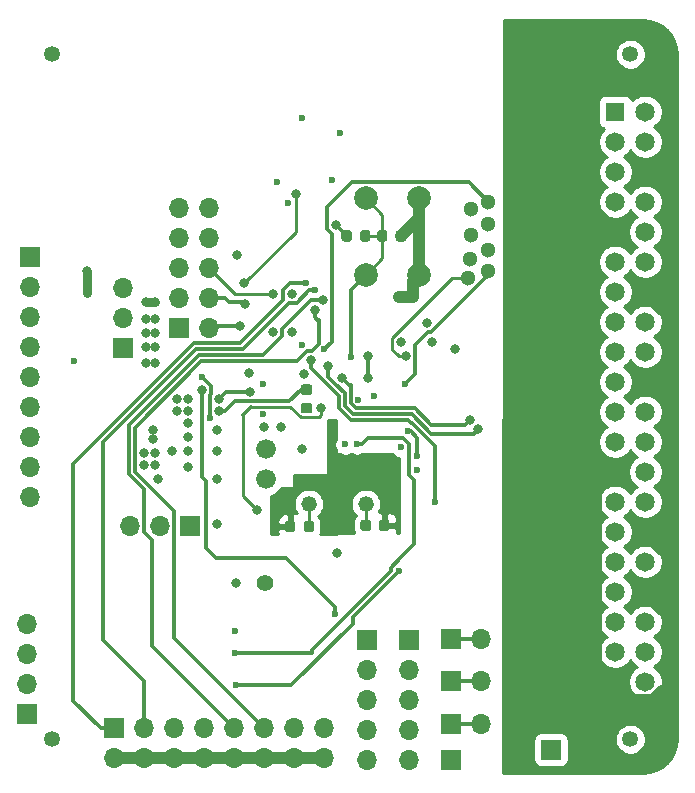
<source format=gbr>
%TF.GenerationSoftware,KiCad,Pcbnew,5.1.5+dfsg1-2build2*%
%TF.CreationDate,2021-10-16T11:12:39+01:00*%
%TF.ProjectId,bluePillG,626c7565-5069-46c6-9c47-2e6b69636164,rev?*%
%TF.SameCoordinates,Original*%
%TF.FileFunction,Copper,L4,Bot*%
%TF.FilePolarity,Positive*%
%FSLAX46Y46*%
G04 Gerber Fmt 4.6, Leading zero omitted, Abs format (unit mm)*
G04 Created by KiCad (PCBNEW 5.1.5+dfsg1-2build2) date 2021-10-16 11:12:39*
%MOMM*%
%LPD*%
G04 APERTURE LIST*
%TA.AperFunction,ComponentPad*%
%ADD10C,1.350000*%
%TD*%
%TA.AperFunction,ComponentPad*%
%ADD11C,1.640000*%
%TD*%
%TA.AperFunction,ComponentPad*%
%ADD12R,1.640000X1.640000*%
%TD*%
%TA.AperFunction,ComponentPad*%
%ADD13O,1.700000X1.700000*%
%TD*%
%TA.AperFunction,ComponentPad*%
%ADD14R,1.700000X1.700000*%
%TD*%
%TA.AperFunction,ComponentPad*%
%ADD15C,1.320800*%
%TD*%
%TA.AperFunction,ComponentPad*%
%ADD16C,1.676400*%
%TD*%
%TA.AperFunction,ComponentPad*%
%ADD17C,2.000000*%
%TD*%
%TA.AperFunction,SMDPad,CuDef*%
%ADD18C,0.100000*%
%TD*%
%TA.AperFunction,ViaPad*%
%ADD19C,0.800000*%
%TD*%
%TA.AperFunction,ViaPad*%
%ADD20C,0.600000*%
%TD*%
%TA.AperFunction,ViaPad*%
%ADD21C,1.400000*%
%TD*%
%TA.AperFunction,ViaPad*%
%ADD22C,1.300000*%
%TD*%
%TA.AperFunction,Conductor*%
%ADD23C,0.762000*%
%TD*%
%TA.AperFunction,Conductor*%
%ADD24C,0.250000*%
%TD*%
%TA.AperFunction,Conductor*%
%ADD25C,0.300000*%
%TD*%
%TA.AperFunction,Conductor*%
%ADD26C,1.000000*%
%TD*%
%TA.AperFunction,Conductor*%
%ADD27C,0.254000*%
%TD*%
G04 APERTURE END LIST*
D10*
%TO.P,J4,44*%
%TO.N,N/C*%
X26520000Y-46920000D03*
%TO.P,J4,43*%
X26520000Y-104920000D03*
%TO.P,J4,42*%
X75520000Y-104920000D03*
%TO.P,J4,41*%
X75520000Y-46920000D03*
D11*
%TO.P,J4,40*%
%TO.N,Net-(J4-Pad40)*%
X76790000Y-100050000D03*
%TO.P,J4,39*%
%TO.N,GND*%
X74250000Y-100050000D03*
%TO.P,J4,38*%
%TO.N,Net-(J4-Pad38)*%
X76790000Y-97510000D03*
%TO.P,J4,37*%
%TO.N,Net-(J4-Pad37)*%
X74250000Y-97510000D03*
%TO.P,J4,36*%
%TO.N,Net-(J4-Pad36)*%
X76790000Y-94970000D03*
%TO.P,J4,35*%
%TO.N,Net-(J4-Pad35)*%
X74250000Y-94970000D03*
%TO.P,J4,34*%
%TO.N,GND*%
X76790000Y-92430000D03*
%TO.P,J4,33*%
%TO.N,Net-(J4-Pad33)*%
X74250000Y-92430000D03*
%TO.P,J4,32*%
%TO.N,Net-(J4-Pad32)*%
X76790000Y-89890000D03*
%TO.P,J4,31*%
%TO.N,Net-(J4-Pad31)*%
X74250000Y-89890000D03*
%TO.P,J4,30*%
%TO.N,GND*%
X76790000Y-87350000D03*
%TO.P,J4,29*%
%TO.N,Net-(J4-Pad29)*%
X74250000Y-87350000D03*
%TO.P,J4,28*%
%TO.N,Net-(J4-Pad28)*%
X76790000Y-84810000D03*
%TO.P,J4,27*%
%TO.N,Net-(J4-Pad27)*%
X74250000Y-84810000D03*
%TO.P,J4,26*%
%TO.N,Net-(J4-Pad26)*%
X76790000Y-82270000D03*
%TO.P,J4,25*%
%TO.N,GND*%
X74250000Y-82270000D03*
%TO.P,J4,24*%
%TO.N,Net-(J4-Pad24)*%
X76790000Y-79730000D03*
%TO.P,J4,23*%
%TO.N,Net-(J4-Pad23)*%
X74250000Y-79730000D03*
%TO.P,J4,22*%
%TO.N,Net-(J4-Pad22)*%
X76790000Y-77190000D03*
%TO.P,J4,21*%
%TO.N,Net-(J4-Pad21)*%
X74250000Y-77190000D03*
%TO.P,J4,20*%
%TO.N,GND*%
X76790000Y-74650000D03*
%TO.P,J4,19*%
%TO.N,Net-(J4-Pad19)*%
X74250000Y-74650000D03*
%TO.P,J4,18*%
%TO.N,Net-(J4-Pad18)*%
X76790000Y-72110000D03*
%TO.P,J4,17*%
%TO.N,Net-(J4-Pad17)*%
X74250000Y-72110000D03*
%TO.P,J4,16*%
%TO.N,Net-(J4-Pad16)*%
X76790000Y-69570000D03*
%TO.P,J4,15*%
%TO.N,Net-(J4-Pad15)*%
X74250000Y-69570000D03*
%TO.P,J4,14*%
%TO.N,GND*%
X76790000Y-67030000D03*
%TO.P,J4,13*%
%TO.N,Net-(J4-Pad13)*%
X74250000Y-67030000D03*
%TO.P,J4,12*%
%TO.N,Net-(J4-Pad12)*%
X76790000Y-64490000D03*
%TO.P,J4,11*%
%TO.N,Net-(J4-Pad11)*%
X74250000Y-64490000D03*
%TO.P,J4,10*%
%TO.N,PB6*%
X76790000Y-61950000D03*
%TO.P,J4,9*%
%TO.N,GND*%
X74250000Y-61950000D03*
%TO.P,J4,8*%
%TO.N,PB7*%
X76790000Y-59410000D03*
%TO.P,J4,7*%
%TO.N,Net-(J4-Pad7)*%
X74250000Y-59410000D03*
%TO.P,J4,6*%
%TO.N,GND*%
X76790000Y-56870000D03*
%TO.P,J4,5*%
%TO.N,Net-(J4-Pad5)*%
X74250000Y-56870000D03*
%TO.P,J4,4*%
%TO.N,+5V*%
X76790000Y-54330000D03*
%TO.P,J4,3*%
%TO.N,Net-(J4-Pad3)*%
X74250000Y-54330000D03*
%TO.P,J4,2*%
%TO.N,+5V*%
X76790000Y-51790000D03*
D12*
%TO.P,J4,1*%
%TO.N,Net-(J4-Pad1)*%
X74250000Y-51790000D03*
%TD*%
D13*
%TO.P,J15,9*%
%TO.N,Net-(J15-Pad9)*%
X24700874Y-84420001D03*
%TO.P,J15,8*%
%TO.N,Net-(J15-Pad8)*%
X24700874Y-81880001D03*
%TO.P,J15,7*%
%TO.N,Net-(J15-Pad7)*%
X24700874Y-79340001D03*
%TO.P,J15,6*%
%TO.N,Net-(J15-Pad6)*%
X24700874Y-76800001D03*
%TO.P,J15,5*%
%TO.N,I2C_SDA*%
X24700874Y-74260001D03*
%TO.P,J15,4*%
%TO.N,I2C_SCL*%
X24700874Y-71720001D03*
%TO.P,J15,3*%
%TO.N,GND*%
X24700874Y-69180001D03*
%TO.P,J15,2*%
%TO.N,+3V3*%
X24700874Y-66640001D03*
D14*
%TO.P,J15,1*%
%TO.N,Net-(J15-Pad1)*%
X24700874Y-64100001D03*
%TD*%
D13*
%TO.P,J14,5*%
%TO.N,I2C_SDA*%
X53200000Y-106660000D03*
%TO.P,J14,4*%
X53200000Y-104120000D03*
%TO.P,J14,3*%
X53200000Y-101580000D03*
%TO.P,J14,2*%
X53200000Y-99040000D03*
D14*
%TO.P,J14,1*%
X53200000Y-96500000D03*
%TD*%
D13*
%TO.P,J13,5*%
%TO.N,I2C_SCL*%
X56800000Y-106660000D03*
%TO.P,J13,4*%
X56800000Y-104120000D03*
%TO.P,J13,3*%
X56800000Y-101580000D03*
%TO.P,J13,2*%
X56800000Y-99040000D03*
D14*
%TO.P,J13,1*%
X56800000Y-96500000D03*
%TD*%
D13*
%TO.P,J12,16*%
%TO.N,GND*%
X49620000Y-106540000D03*
%TO.P,J12,15*%
%TO.N,PB1*%
X49620000Y-104000000D03*
%TO.P,J12,14*%
%TO.N,GND*%
X47080000Y-106540000D03*
%TO.P,J12,13*%
%TO.N,PB0*%
X47080000Y-104000000D03*
%TO.P,J12,12*%
%TO.N,GND*%
X44540000Y-106540000D03*
%TO.P,J12,11*%
%TO.N,PA11*%
X44540000Y-104000000D03*
%TO.P,J12,10*%
%TO.N,GND*%
X42000000Y-106540000D03*
%TO.P,J12,9*%
%TO.N,PA10*%
X42000000Y-104000000D03*
%TO.P,J12,8*%
%TO.N,GND*%
X39460000Y-106540000D03*
%TO.P,J12,7*%
%TO.N,PB5*%
X39460000Y-104000000D03*
%TO.P,J12,6*%
%TO.N,GND*%
X36920000Y-106540000D03*
%TO.P,J12,5*%
%TO.N,PB4*%
X36920000Y-104000000D03*
%TO.P,J12,4*%
%TO.N,GND*%
X34380000Y-106540000D03*
%TO.P,J12,3*%
%TO.N,PA9*%
X34380000Y-104000000D03*
%TO.P,J12,2*%
%TO.N,GND*%
X31840000Y-106540000D03*
D14*
%TO.P,J12,1*%
%TO.N,PA8*%
X31840000Y-104000000D03*
%TD*%
%TO.P,J11,1*%
%TO.N,PA4*%
X60300000Y-106700000D03*
%TD*%
D13*
%TO.P,J10,2*%
%TO.N,PA7*%
X62840000Y-103600000D03*
D14*
%TO.P,J10,1*%
X60300000Y-103600000D03*
%TD*%
D13*
%TO.P,J9,2*%
%TO.N,PA6*%
X62840000Y-100000000D03*
D14*
%TO.P,J9,1*%
X60300000Y-100000000D03*
%TD*%
D13*
%TO.P,J8,2*%
%TO.N,PA5*%
X62840000Y-96400000D03*
D14*
%TO.P,J8,1*%
X60300000Y-96400000D03*
%TD*%
D13*
%TO.P,J7,4*%
%TO.N,ADC3*%
X24400000Y-95180000D03*
%TO.P,J7,3*%
%TO.N,ADC2*%
X24400000Y-97720000D03*
%TO.P,J7,2*%
%TO.N,ADC1*%
X24400000Y-100260000D03*
D14*
%TO.P,J7,1*%
%TO.N,ADC0*%
X24400000Y-102800000D03*
%TD*%
D13*
%TO.P,J6,2*%
%TO.N,GND*%
X71340000Y-105800000D03*
D14*
%TO.P,J6,1*%
%TO.N,+5V*%
X68800000Y-105800000D03*
%TD*%
D15*
%TO.P,Y2,2*%
%TO.N,Net-(C19-Pad1)*%
X53126000Y-85000000D03*
%TO.P,Y2,1*%
%TO.N,OSC_IN*%
X48300000Y-85000000D03*
%TD*%
D16*
%TO.P,Y1,2*%
%TO.N,OSC32_OUT*%
X44700000Y-82900000D03*
%TO.P,Y1,1*%
%TO.N,OSC32_IN*%
X44700000Y-80360000D03*
%TD*%
D17*
%TO.P,SW1,1*%
%TO.N,NRST*%
X53100000Y-59100000D03*
%TO.P,SW1,2*%
%TO.N,GND*%
X57600000Y-59100000D03*
%TO.P,SW1,1*%
%TO.N,NRST*%
X53100000Y-65600000D03*
%TO.P,SW1,2*%
%TO.N,GND*%
X57600000Y-65600000D03*
%TD*%
%TA.AperFunction,SMDPad,CuDef*%
D18*
%TO.P,R2,2*%
%TO.N,NRST*%
G36*
X53315191Y-61826053D02*
G01*
X53336426Y-61829203D01*
X53357250Y-61834419D01*
X53377462Y-61841651D01*
X53396868Y-61850830D01*
X53415281Y-61861866D01*
X53432524Y-61874654D01*
X53448430Y-61889070D01*
X53462846Y-61904976D01*
X53475634Y-61922219D01*
X53486670Y-61940632D01*
X53495849Y-61960038D01*
X53503081Y-61980250D01*
X53508297Y-62001074D01*
X53511447Y-62022309D01*
X53512500Y-62043750D01*
X53512500Y-62556250D01*
X53511447Y-62577691D01*
X53508297Y-62598926D01*
X53503081Y-62619750D01*
X53495849Y-62639962D01*
X53486670Y-62659368D01*
X53475634Y-62677781D01*
X53462846Y-62695024D01*
X53448430Y-62710930D01*
X53432524Y-62725346D01*
X53415281Y-62738134D01*
X53396868Y-62749170D01*
X53377462Y-62758349D01*
X53357250Y-62765581D01*
X53336426Y-62770797D01*
X53315191Y-62773947D01*
X53293750Y-62775000D01*
X52856250Y-62775000D01*
X52834809Y-62773947D01*
X52813574Y-62770797D01*
X52792750Y-62765581D01*
X52772538Y-62758349D01*
X52753132Y-62749170D01*
X52734719Y-62738134D01*
X52717476Y-62725346D01*
X52701570Y-62710930D01*
X52687154Y-62695024D01*
X52674366Y-62677781D01*
X52663330Y-62659368D01*
X52654151Y-62639962D01*
X52646919Y-62619750D01*
X52641703Y-62598926D01*
X52638553Y-62577691D01*
X52637500Y-62556250D01*
X52637500Y-62043750D01*
X52638553Y-62022309D01*
X52641703Y-62001074D01*
X52646919Y-61980250D01*
X52654151Y-61960038D01*
X52663330Y-61940632D01*
X52674366Y-61922219D01*
X52687154Y-61904976D01*
X52701570Y-61889070D01*
X52717476Y-61874654D01*
X52734719Y-61861866D01*
X52753132Y-61850830D01*
X52772538Y-61841651D01*
X52792750Y-61834419D01*
X52813574Y-61829203D01*
X52834809Y-61826053D01*
X52856250Y-61825000D01*
X53293750Y-61825000D01*
X53315191Y-61826053D01*
G37*
%TD.AperFunction*%
%TA.AperFunction,SMDPad,CuDef*%
%TO.P,R2,1*%
%TO.N,+3V3*%
G36*
X51740191Y-61826053D02*
G01*
X51761426Y-61829203D01*
X51782250Y-61834419D01*
X51802462Y-61841651D01*
X51821868Y-61850830D01*
X51840281Y-61861866D01*
X51857524Y-61874654D01*
X51873430Y-61889070D01*
X51887846Y-61904976D01*
X51900634Y-61922219D01*
X51911670Y-61940632D01*
X51920849Y-61960038D01*
X51928081Y-61980250D01*
X51933297Y-62001074D01*
X51936447Y-62022309D01*
X51937500Y-62043750D01*
X51937500Y-62556250D01*
X51936447Y-62577691D01*
X51933297Y-62598926D01*
X51928081Y-62619750D01*
X51920849Y-62639962D01*
X51911670Y-62659368D01*
X51900634Y-62677781D01*
X51887846Y-62695024D01*
X51873430Y-62710930D01*
X51857524Y-62725346D01*
X51840281Y-62738134D01*
X51821868Y-62749170D01*
X51802462Y-62758349D01*
X51782250Y-62765581D01*
X51761426Y-62770797D01*
X51740191Y-62773947D01*
X51718750Y-62775000D01*
X51281250Y-62775000D01*
X51259809Y-62773947D01*
X51238574Y-62770797D01*
X51217750Y-62765581D01*
X51197538Y-62758349D01*
X51178132Y-62749170D01*
X51159719Y-62738134D01*
X51142476Y-62725346D01*
X51126570Y-62710930D01*
X51112154Y-62695024D01*
X51099366Y-62677781D01*
X51088330Y-62659368D01*
X51079151Y-62639962D01*
X51071919Y-62619750D01*
X51066703Y-62598926D01*
X51063553Y-62577691D01*
X51062500Y-62556250D01*
X51062500Y-62043750D01*
X51063553Y-62022309D01*
X51066703Y-62001074D01*
X51071919Y-61980250D01*
X51079151Y-61960038D01*
X51088330Y-61940632D01*
X51099366Y-61922219D01*
X51112154Y-61904976D01*
X51126570Y-61889070D01*
X51142476Y-61874654D01*
X51159719Y-61861866D01*
X51178132Y-61850830D01*
X51197538Y-61841651D01*
X51217750Y-61834419D01*
X51238574Y-61829203D01*
X51259809Y-61826053D01*
X51281250Y-61825000D01*
X51718750Y-61825000D01*
X51740191Y-61826053D01*
G37*
%TD.AperFunction*%
%TD*%
D13*
%TO.P,J3,3*%
%TO.N,+3V3S*%
X32600000Y-66720000D03*
%TO.P,J3,2*%
%TO.N,+3V3*%
X32600000Y-69260000D03*
D14*
%TO.P,J3,1*%
%TO.N,+3.3VP*%
X32600000Y-71800000D03*
%TD*%
D13*
%TO.P,J2,3*%
%TO.N,GND*%
X33120000Y-86900000D03*
%TO.P,J2,2*%
%TO.N,Net-(J2-Pad2)*%
X35660000Y-86900000D03*
D14*
%TO.P,J2,1*%
%TO.N,+3V3*%
X38200000Y-86900000D03*
%TD*%
D13*
%TO.P,J1,10*%
%TO.N,+5V*%
X39840000Y-59940000D03*
%TO.P,J1,9*%
X37300000Y-59940000D03*
%TO.P,J1,8*%
%TO.N,+3V3S*%
X39840000Y-62480000D03*
%TO.P,J1,7*%
X37300000Y-62480000D03*
%TO.P,J1,6*%
%TO.N,GND*%
X39840000Y-65020000D03*
%TO.P,J1,5*%
X37300000Y-65020000D03*
%TO.P,J1,4*%
%TO.N,PA13*%
X39840000Y-67560000D03*
%TO.P,J1,3*%
%TO.N,SWIW*%
X37300000Y-67560000D03*
%TO.P,J1,2*%
%TO.N,PA14*%
X39840000Y-70100000D03*
D14*
%TO.P,J1,1*%
%TO.N,NRST*%
X37300000Y-70100000D03*
%TD*%
%TA.AperFunction,SMDPad,CuDef*%
D18*
%TO.P,C19,2*%
%TO.N,GND*%
G36*
X54915191Y-86326053D02*
G01*
X54936426Y-86329203D01*
X54957250Y-86334419D01*
X54977462Y-86341651D01*
X54996868Y-86350830D01*
X55015281Y-86361866D01*
X55032524Y-86374654D01*
X55048430Y-86389070D01*
X55062846Y-86404976D01*
X55075634Y-86422219D01*
X55086670Y-86440632D01*
X55095849Y-86460038D01*
X55103081Y-86480250D01*
X55108297Y-86501074D01*
X55111447Y-86522309D01*
X55112500Y-86543750D01*
X55112500Y-87056250D01*
X55111447Y-87077691D01*
X55108297Y-87098926D01*
X55103081Y-87119750D01*
X55095849Y-87139962D01*
X55086670Y-87159368D01*
X55075634Y-87177781D01*
X55062846Y-87195024D01*
X55048430Y-87210930D01*
X55032524Y-87225346D01*
X55015281Y-87238134D01*
X54996868Y-87249170D01*
X54977462Y-87258349D01*
X54957250Y-87265581D01*
X54936426Y-87270797D01*
X54915191Y-87273947D01*
X54893750Y-87275000D01*
X54456250Y-87275000D01*
X54434809Y-87273947D01*
X54413574Y-87270797D01*
X54392750Y-87265581D01*
X54372538Y-87258349D01*
X54353132Y-87249170D01*
X54334719Y-87238134D01*
X54317476Y-87225346D01*
X54301570Y-87210930D01*
X54287154Y-87195024D01*
X54274366Y-87177781D01*
X54263330Y-87159368D01*
X54254151Y-87139962D01*
X54246919Y-87119750D01*
X54241703Y-87098926D01*
X54238553Y-87077691D01*
X54237500Y-87056250D01*
X54237500Y-86543750D01*
X54238553Y-86522309D01*
X54241703Y-86501074D01*
X54246919Y-86480250D01*
X54254151Y-86460038D01*
X54263330Y-86440632D01*
X54274366Y-86422219D01*
X54287154Y-86404976D01*
X54301570Y-86389070D01*
X54317476Y-86374654D01*
X54334719Y-86361866D01*
X54353132Y-86350830D01*
X54372538Y-86341651D01*
X54392750Y-86334419D01*
X54413574Y-86329203D01*
X54434809Y-86326053D01*
X54456250Y-86325000D01*
X54893750Y-86325000D01*
X54915191Y-86326053D01*
G37*
%TD.AperFunction*%
%TA.AperFunction,SMDPad,CuDef*%
%TO.P,C19,1*%
%TO.N,Net-(C19-Pad1)*%
G36*
X53340191Y-86326053D02*
G01*
X53361426Y-86329203D01*
X53382250Y-86334419D01*
X53402462Y-86341651D01*
X53421868Y-86350830D01*
X53440281Y-86361866D01*
X53457524Y-86374654D01*
X53473430Y-86389070D01*
X53487846Y-86404976D01*
X53500634Y-86422219D01*
X53511670Y-86440632D01*
X53520849Y-86460038D01*
X53528081Y-86480250D01*
X53533297Y-86501074D01*
X53536447Y-86522309D01*
X53537500Y-86543750D01*
X53537500Y-87056250D01*
X53536447Y-87077691D01*
X53533297Y-87098926D01*
X53528081Y-87119750D01*
X53520849Y-87139962D01*
X53511670Y-87159368D01*
X53500634Y-87177781D01*
X53487846Y-87195024D01*
X53473430Y-87210930D01*
X53457524Y-87225346D01*
X53440281Y-87238134D01*
X53421868Y-87249170D01*
X53402462Y-87258349D01*
X53382250Y-87265581D01*
X53361426Y-87270797D01*
X53340191Y-87273947D01*
X53318750Y-87275000D01*
X52881250Y-87275000D01*
X52859809Y-87273947D01*
X52838574Y-87270797D01*
X52817750Y-87265581D01*
X52797538Y-87258349D01*
X52778132Y-87249170D01*
X52759719Y-87238134D01*
X52742476Y-87225346D01*
X52726570Y-87210930D01*
X52712154Y-87195024D01*
X52699366Y-87177781D01*
X52688330Y-87159368D01*
X52679151Y-87139962D01*
X52671919Y-87119750D01*
X52666703Y-87098926D01*
X52663553Y-87077691D01*
X52662500Y-87056250D01*
X52662500Y-86543750D01*
X52663553Y-86522309D01*
X52666703Y-86501074D01*
X52671919Y-86480250D01*
X52679151Y-86460038D01*
X52688330Y-86440632D01*
X52699366Y-86422219D01*
X52712154Y-86404976D01*
X52726570Y-86389070D01*
X52742476Y-86374654D01*
X52759719Y-86361866D01*
X52778132Y-86350830D01*
X52797538Y-86341651D01*
X52817750Y-86334419D01*
X52838574Y-86329203D01*
X52859809Y-86326053D01*
X52881250Y-86325000D01*
X53318750Y-86325000D01*
X53340191Y-86326053D01*
G37*
%TD.AperFunction*%
%TD*%
%TA.AperFunction,SMDPad,CuDef*%
%TO.P,C18,2*%
%TO.N,GND*%
G36*
X46952691Y-86426053D02*
G01*
X46973926Y-86429203D01*
X46994750Y-86434419D01*
X47014962Y-86441651D01*
X47034368Y-86450830D01*
X47052781Y-86461866D01*
X47070024Y-86474654D01*
X47085930Y-86489070D01*
X47100346Y-86504976D01*
X47113134Y-86522219D01*
X47124170Y-86540632D01*
X47133349Y-86560038D01*
X47140581Y-86580250D01*
X47145797Y-86601074D01*
X47148947Y-86622309D01*
X47150000Y-86643750D01*
X47150000Y-87156250D01*
X47148947Y-87177691D01*
X47145797Y-87198926D01*
X47140581Y-87219750D01*
X47133349Y-87239962D01*
X47124170Y-87259368D01*
X47113134Y-87277781D01*
X47100346Y-87295024D01*
X47085930Y-87310930D01*
X47070024Y-87325346D01*
X47052781Y-87338134D01*
X47034368Y-87349170D01*
X47014962Y-87358349D01*
X46994750Y-87365581D01*
X46973926Y-87370797D01*
X46952691Y-87373947D01*
X46931250Y-87375000D01*
X46493750Y-87375000D01*
X46472309Y-87373947D01*
X46451074Y-87370797D01*
X46430250Y-87365581D01*
X46410038Y-87358349D01*
X46390632Y-87349170D01*
X46372219Y-87338134D01*
X46354976Y-87325346D01*
X46339070Y-87310930D01*
X46324654Y-87295024D01*
X46311866Y-87277781D01*
X46300830Y-87259368D01*
X46291651Y-87239962D01*
X46284419Y-87219750D01*
X46279203Y-87198926D01*
X46276053Y-87177691D01*
X46275000Y-87156250D01*
X46275000Y-86643750D01*
X46276053Y-86622309D01*
X46279203Y-86601074D01*
X46284419Y-86580250D01*
X46291651Y-86560038D01*
X46300830Y-86540632D01*
X46311866Y-86522219D01*
X46324654Y-86504976D01*
X46339070Y-86489070D01*
X46354976Y-86474654D01*
X46372219Y-86461866D01*
X46390632Y-86450830D01*
X46410038Y-86441651D01*
X46430250Y-86434419D01*
X46451074Y-86429203D01*
X46472309Y-86426053D01*
X46493750Y-86425000D01*
X46931250Y-86425000D01*
X46952691Y-86426053D01*
G37*
%TD.AperFunction*%
%TA.AperFunction,SMDPad,CuDef*%
%TO.P,C18,1*%
%TO.N,OSC_IN*%
G36*
X48527691Y-86426053D02*
G01*
X48548926Y-86429203D01*
X48569750Y-86434419D01*
X48589962Y-86441651D01*
X48609368Y-86450830D01*
X48627781Y-86461866D01*
X48645024Y-86474654D01*
X48660930Y-86489070D01*
X48675346Y-86504976D01*
X48688134Y-86522219D01*
X48699170Y-86540632D01*
X48708349Y-86560038D01*
X48715581Y-86580250D01*
X48720797Y-86601074D01*
X48723947Y-86622309D01*
X48725000Y-86643750D01*
X48725000Y-87156250D01*
X48723947Y-87177691D01*
X48720797Y-87198926D01*
X48715581Y-87219750D01*
X48708349Y-87239962D01*
X48699170Y-87259368D01*
X48688134Y-87277781D01*
X48675346Y-87295024D01*
X48660930Y-87310930D01*
X48645024Y-87325346D01*
X48627781Y-87338134D01*
X48609368Y-87349170D01*
X48589962Y-87358349D01*
X48569750Y-87365581D01*
X48548926Y-87370797D01*
X48527691Y-87373947D01*
X48506250Y-87375000D01*
X48068750Y-87375000D01*
X48047309Y-87373947D01*
X48026074Y-87370797D01*
X48005250Y-87365581D01*
X47985038Y-87358349D01*
X47965632Y-87349170D01*
X47947219Y-87338134D01*
X47929976Y-87325346D01*
X47914070Y-87310930D01*
X47899654Y-87295024D01*
X47886866Y-87277781D01*
X47875830Y-87259368D01*
X47866651Y-87239962D01*
X47859419Y-87219750D01*
X47854203Y-87198926D01*
X47851053Y-87177691D01*
X47850000Y-87156250D01*
X47850000Y-86643750D01*
X47851053Y-86622309D01*
X47854203Y-86601074D01*
X47859419Y-86580250D01*
X47866651Y-86560038D01*
X47875830Y-86540632D01*
X47886866Y-86522219D01*
X47899654Y-86504976D01*
X47914070Y-86489070D01*
X47929976Y-86474654D01*
X47947219Y-86461866D01*
X47965632Y-86450830D01*
X47985038Y-86441651D01*
X48005250Y-86434419D01*
X48026074Y-86429203D01*
X48047309Y-86426053D01*
X48068750Y-86425000D01*
X48506250Y-86425000D01*
X48527691Y-86426053D01*
G37*
%TD.AperFunction*%
%TD*%
%TA.AperFunction,SMDPad,CuDef*%
%TO.P,C15,2*%
%TO.N,GND*%
G36*
X56327691Y-61826053D02*
G01*
X56348926Y-61829203D01*
X56369750Y-61834419D01*
X56389962Y-61841651D01*
X56409368Y-61850830D01*
X56427781Y-61861866D01*
X56445024Y-61874654D01*
X56460930Y-61889070D01*
X56475346Y-61904976D01*
X56488134Y-61922219D01*
X56499170Y-61940632D01*
X56508349Y-61960038D01*
X56515581Y-61980250D01*
X56520797Y-62001074D01*
X56523947Y-62022309D01*
X56525000Y-62043750D01*
X56525000Y-62556250D01*
X56523947Y-62577691D01*
X56520797Y-62598926D01*
X56515581Y-62619750D01*
X56508349Y-62639962D01*
X56499170Y-62659368D01*
X56488134Y-62677781D01*
X56475346Y-62695024D01*
X56460930Y-62710930D01*
X56445024Y-62725346D01*
X56427781Y-62738134D01*
X56409368Y-62749170D01*
X56389962Y-62758349D01*
X56369750Y-62765581D01*
X56348926Y-62770797D01*
X56327691Y-62773947D01*
X56306250Y-62775000D01*
X55868750Y-62775000D01*
X55847309Y-62773947D01*
X55826074Y-62770797D01*
X55805250Y-62765581D01*
X55785038Y-62758349D01*
X55765632Y-62749170D01*
X55747219Y-62738134D01*
X55729976Y-62725346D01*
X55714070Y-62710930D01*
X55699654Y-62695024D01*
X55686866Y-62677781D01*
X55675830Y-62659368D01*
X55666651Y-62639962D01*
X55659419Y-62619750D01*
X55654203Y-62598926D01*
X55651053Y-62577691D01*
X55650000Y-62556250D01*
X55650000Y-62043750D01*
X55651053Y-62022309D01*
X55654203Y-62001074D01*
X55659419Y-61980250D01*
X55666651Y-61960038D01*
X55675830Y-61940632D01*
X55686866Y-61922219D01*
X55699654Y-61904976D01*
X55714070Y-61889070D01*
X55729976Y-61874654D01*
X55747219Y-61861866D01*
X55765632Y-61850830D01*
X55785038Y-61841651D01*
X55805250Y-61834419D01*
X55826074Y-61829203D01*
X55847309Y-61826053D01*
X55868750Y-61825000D01*
X56306250Y-61825000D01*
X56327691Y-61826053D01*
G37*
%TD.AperFunction*%
%TA.AperFunction,SMDPad,CuDef*%
%TO.P,C15,1*%
%TO.N,NRST*%
G36*
X54752691Y-61826053D02*
G01*
X54773926Y-61829203D01*
X54794750Y-61834419D01*
X54814962Y-61841651D01*
X54834368Y-61850830D01*
X54852781Y-61861866D01*
X54870024Y-61874654D01*
X54885930Y-61889070D01*
X54900346Y-61904976D01*
X54913134Y-61922219D01*
X54924170Y-61940632D01*
X54933349Y-61960038D01*
X54940581Y-61980250D01*
X54945797Y-62001074D01*
X54948947Y-62022309D01*
X54950000Y-62043750D01*
X54950000Y-62556250D01*
X54948947Y-62577691D01*
X54945797Y-62598926D01*
X54940581Y-62619750D01*
X54933349Y-62639962D01*
X54924170Y-62659368D01*
X54913134Y-62677781D01*
X54900346Y-62695024D01*
X54885930Y-62710930D01*
X54870024Y-62725346D01*
X54852781Y-62738134D01*
X54834368Y-62749170D01*
X54814962Y-62758349D01*
X54794750Y-62765581D01*
X54773926Y-62770797D01*
X54752691Y-62773947D01*
X54731250Y-62775000D01*
X54293750Y-62775000D01*
X54272309Y-62773947D01*
X54251074Y-62770797D01*
X54230250Y-62765581D01*
X54210038Y-62758349D01*
X54190632Y-62749170D01*
X54172219Y-62738134D01*
X54154976Y-62725346D01*
X54139070Y-62710930D01*
X54124654Y-62695024D01*
X54111866Y-62677781D01*
X54100830Y-62659368D01*
X54091651Y-62639962D01*
X54084419Y-62619750D01*
X54079203Y-62598926D01*
X54076053Y-62577691D01*
X54075000Y-62556250D01*
X54075000Y-62043750D01*
X54076053Y-62022309D01*
X54079203Y-62001074D01*
X54084419Y-61980250D01*
X54091651Y-61960038D01*
X54100830Y-61940632D01*
X54111866Y-61922219D01*
X54124654Y-61904976D01*
X54139070Y-61889070D01*
X54154976Y-61874654D01*
X54172219Y-61861866D01*
X54190632Y-61850830D01*
X54210038Y-61841651D01*
X54230250Y-61834419D01*
X54251074Y-61829203D01*
X54272309Y-61826053D01*
X54293750Y-61825000D01*
X54731250Y-61825000D01*
X54752691Y-61826053D01*
G37*
%TD.AperFunction*%
%TD*%
%TA.AperFunction,SMDPad,CuDef*%
%TO.P,C5,2*%
%TO.N,GND*%
G36*
X48377691Y-74876053D02*
G01*
X48398926Y-74879203D01*
X48419750Y-74884419D01*
X48439962Y-74891651D01*
X48459368Y-74900830D01*
X48477781Y-74911866D01*
X48495024Y-74924654D01*
X48510930Y-74939070D01*
X48525346Y-74954976D01*
X48538134Y-74972219D01*
X48549170Y-74990632D01*
X48558349Y-75010038D01*
X48565581Y-75030250D01*
X48570797Y-75051074D01*
X48573947Y-75072309D01*
X48575000Y-75093750D01*
X48575000Y-75531250D01*
X48573947Y-75552691D01*
X48570797Y-75573926D01*
X48565581Y-75594750D01*
X48558349Y-75614962D01*
X48549170Y-75634368D01*
X48538134Y-75652781D01*
X48525346Y-75670024D01*
X48510930Y-75685930D01*
X48495024Y-75700346D01*
X48477781Y-75713134D01*
X48459368Y-75724170D01*
X48439962Y-75733349D01*
X48419750Y-75740581D01*
X48398926Y-75745797D01*
X48377691Y-75748947D01*
X48356250Y-75750000D01*
X47843750Y-75750000D01*
X47822309Y-75748947D01*
X47801074Y-75745797D01*
X47780250Y-75740581D01*
X47760038Y-75733349D01*
X47740632Y-75724170D01*
X47722219Y-75713134D01*
X47704976Y-75700346D01*
X47689070Y-75685930D01*
X47674654Y-75670024D01*
X47661866Y-75652781D01*
X47650830Y-75634368D01*
X47641651Y-75614962D01*
X47634419Y-75594750D01*
X47629203Y-75573926D01*
X47626053Y-75552691D01*
X47625000Y-75531250D01*
X47625000Y-75093750D01*
X47626053Y-75072309D01*
X47629203Y-75051074D01*
X47634419Y-75030250D01*
X47641651Y-75010038D01*
X47650830Y-74990632D01*
X47661866Y-74972219D01*
X47674654Y-74954976D01*
X47689070Y-74939070D01*
X47704976Y-74924654D01*
X47722219Y-74911866D01*
X47740632Y-74900830D01*
X47760038Y-74891651D01*
X47780250Y-74884419D01*
X47801074Y-74879203D01*
X47822309Y-74876053D01*
X47843750Y-74875000D01*
X48356250Y-74875000D01*
X48377691Y-74876053D01*
G37*
%TD.AperFunction*%
%TA.AperFunction,SMDPad,CuDef*%
%TO.P,C5,1*%
%TO.N,+3V3*%
G36*
X48377691Y-76451053D02*
G01*
X48398926Y-76454203D01*
X48419750Y-76459419D01*
X48439962Y-76466651D01*
X48459368Y-76475830D01*
X48477781Y-76486866D01*
X48495024Y-76499654D01*
X48510930Y-76514070D01*
X48525346Y-76529976D01*
X48538134Y-76547219D01*
X48549170Y-76565632D01*
X48558349Y-76585038D01*
X48565581Y-76605250D01*
X48570797Y-76626074D01*
X48573947Y-76647309D01*
X48575000Y-76668750D01*
X48575000Y-77106250D01*
X48573947Y-77127691D01*
X48570797Y-77148926D01*
X48565581Y-77169750D01*
X48558349Y-77189962D01*
X48549170Y-77209368D01*
X48538134Y-77227781D01*
X48525346Y-77245024D01*
X48510930Y-77260930D01*
X48495024Y-77275346D01*
X48477781Y-77288134D01*
X48459368Y-77299170D01*
X48439962Y-77308349D01*
X48419750Y-77315581D01*
X48398926Y-77320797D01*
X48377691Y-77323947D01*
X48356250Y-77325000D01*
X47843750Y-77325000D01*
X47822309Y-77323947D01*
X47801074Y-77320797D01*
X47780250Y-77315581D01*
X47760038Y-77308349D01*
X47740632Y-77299170D01*
X47722219Y-77288134D01*
X47704976Y-77275346D01*
X47689070Y-77260930D01*
X47674654Y-77245024D01*
X47661866Y-77227781D01*
X47650830Y-77209368D01*
X47641651Y-77189962D01*
X47634419Y-77169750D01*
X47629203Y-77148926D01*
X47626053Y-77127691D01*
X47625000Y-77106250D01*
X47625000Y-76668750D01*
X47626053Y-76647309D01*
X47629203Y-76626074D01*
X47634419Y-76605250D01*
X47641651Y-76585038D01*
X47650830Y-76565632D01*
X47661866Y-76547219D01*
X47674654Y-76529976D01*
X47689070Y-76514070D01*
X47704976Y-76499654D01*
X47722219Y-76486866D01*
X47740632Y-76475830D01*
X47760038Y-76466651D01*
X47780250Y-76459419D01*
X47801074Y-76454203D01*
X47822309Y-76451053D01*
X47843750Y-76450000D01*
X48356250Y-76450000D01*
X48377691Y-76451053D01*
G37*
%TD.AperFunction*%
%TD*%
D19*
%TO.N,+3V3*%
X47700000Y-80300000D03*
X44500000Y-78500000D03*
X50600000Y-61400000D03*
X58300000Y-69700000D03*
X56100000Y-71300000D03*
X58700000Y-71300000D03*
X34500000Y-69300000D03*
X34500000Y-70500000D03*
X34500000Y-71700000D03*
X34500000Y-73100000D03*
X34500000Y-67900000D03*
X35300000Y-67900000D03*
X35300000Y-69300000D03*
X35300000Y-70500000D03*
X35300000Y-71700000D03*
X35300000Y-73100000D03*
X48100000Y-76887500D03*
X46900000Y-67200000D03*
X46900000Y-70400000D03*
D20*
X39889667Y-77700000D03*
X39250000Y-74250000D03*
X46500000Y-59500000D03*
X50900000Y-53600000D03*
D19*
X40500000Y-86700000D03*
%TO.N,GND*%
X45900000Y-78500000D03*
X40500000Y-80500000D03*
X40500000Y-82900000D03*
X40550000Y-78750000D03*
X40650000Y-77100000D03*
X53300000Y-72500000D03*
X53300000Y-74300000D03*
X55900000Y-67500000D03*
X57100000Y-67500000D03*
X60700000Y-71900000D03*
X45300000Y-70400000D03*
X45300000Y-67200000D03*
X29500000Y-65300000D03*
X35100000Y-78700000D03*
X35100000Y-79500000D03*
X36700000Y-80500000D03*
X37100000Y-77100000D03*
X38100000Y-77100000D03*
X38100000Y-78100000D03*
X38100000Y-79300000D03*
X38100000Y-80500000D03*
X38100000Y-81900000D03*
X35300000Y-80700000D03*
X35500000Y-82900000D03*
X37100000Y-76100000D03*
X38100000Y-76100000D03*
X35300000Y-81700000D03*
X34300000Y-80700000D03*
X34300000Y-81700000D03*
X50700000Y-87200000D03*
X50700000Y-89150000D03*
X42225000Y-63900000D03*
D20*
X28400000Y-72900000D03*
X54900000Y-81400000D03*
X47748544Y-71531093D03*
X45600000Y-57700000D03*
X50300000Y-57600000D03*
X47700000Y-52300000D03*
X44385113Y-77414558D03*
%TO.N,NRST*%
X51850000Y-72550000D03*
D19*
%TO.N,PC13*%
X49300000Y-76900000D03*
X43900000Y-85500000D03*
%TO.N,BOOT0*%
X43300874Y-75500001D03*
X40650000Y-76099997D03*
%TO.N,PB7*%
X61900000Y-77900000D03*
X51100000Y-74300000D03*
%TO.N,PB6*%
X62650000Y-78650000D03*
X49950000Y-73350000D03*
D20*
%TO.N,PB5*%
X44400874Y-74850001D03*
D19*
%TO.N,PB4*%
X43200874Y-73894221D03*
%TO.N,PB3*%
X47849502Y-73962000D03*
X42150001Y-91700001D03*
D21*
X44600874Y-91700001D03*
D20*
%TO.N,PA12*%
X49610070Y-71908540D03*
D22*
X63500874Y-59400001D03*
D19*
%TO.N,PA11*%
X48800000Y-68600000D03*
%TO.N,PA10*%
X49500000Y-67699997D03*
D20*
%TO.N,PA9*%
X48800000Y-66900000D03*
%TO.N,PA8*%
X48040154Y-66308660D03*
D22*
%TO.N,PB15*%
X62000874Y-60000001D03*
%TO.N,PB14*%
X63500874Y-61300001D03*
%TO.N,PB13*%
X62000874Y-62249998D03*
%TO.N,PB12*%
X63500874Y-63500001D03*
%TO.N,PB11*%
X61950872Y-64249999D03*
D19*
%TO.N,PB10*%
X56500000Y-72487000D03*
D22*
X61798330Y-65897457D03*
D20*
%TO.N,PB2*%
X56400874Y-74800001D03*
D22*
X63500874Y-65300001D03*
D20*
%TO.N,PB1*%
X57490380Y-80909620D03*
X56700000Y-78850000D03*
%TO.N,PB0*%
X53779995Y-75892806D03*
X57450000Y-82150000D03*
D19*
%TO.N,I2C_SDA*%
X39239667Y-75339667D03*
D20*
X50540380Y-94290380D03*
D19*
%TO.N,I2C_SCL*%
X42800000Y-66325000D03*
X47170000Y-58720000D03*
X48500000Y-72800000D03*
D20*
X59000000Y-84800000D03*
%TO.N,ADC3*%
X56065380Y-80184620D03*
%TO.N,ADC2*%
X52479994Y-76150000D03*
X42050001Y-95754518D03*
%TO.N,ADC1*%
X52389135Y-79959635D03*
X42050001Y-97600000D03*
%TO.N,ADC0*%
X51388640Y-79958269D03*
X55900874Y-90700001D03*
X42150000Y-100350000D03*
D19*
%TO.N,PA14*%
X42500000Y-69900000D03*
%TO.N,PA13*%
X42900000Y-68100000D03*
%TD*%
D23*
%TO.N,+3V3*%
X34500000Y-67900000D02*
X35300000Y-67900000D01*
D24*
X50600000Y-61400000D02*
X51500000Y-62300000D01*
D25*
X39989668Y-74989668D02*
X39250000Y-74250000D01*
X39989668Y-75699668D02*
X39989668Y-74989668D01*
X39889667Y-75799669D02*
X39989668Y-75699668D01*
X39889667Y-77700000D02*
X39889667Y-75799669D01*
D24*
%TO.N,GND*%
X42020000Y-67200000D02*
X39840000Y-65020000D01*
X45300000Y-67200000D02*
X42020000Y-67200000D01*
D26*
X49620000Y-106540000D02*
X47080000Y-106540000D01*
X47080000Y-106540000D02*
X44540000Y-106540000D01*
X44540000Y-106540000D02*
X42000000Y-106540000D01*
X42000000Y-106540000D02*
X39460000Y-106540000D01*
X39460000Y-106540000D02*
X36920000Y-106540000D01*
X36920000Y-106540000D02*
X34380000Y-106540000D01*
X34380000Y-106540000D02*
X31840000Y-106540000D01*
X71340000Y-102880000D02*
X74160000Y-100060000D01*
X71340000Y-105800000D02*
X71340000Y-102880000D01*
X77519999Y-93259999D02*
X76700000Y-92440000D01*
X77429601Y-101580001D02*
X78220001Y-100789601D01*
X75680001Y-101580001D02*
X77429601Y-101580001D01*
X78220001Y-93960001D02*
X77519999Y-93259999D01*
X74160000Y-100060000D02*
X75680001Y-101580001D01*
X78220001Y-88880001D02*
X76700000Y-87360000D01*
X78220001Y-68560001D02*
X76700000Y-67040000D01*
X74160000Y-61960000D02*
X72250000Y-63870000D01*
X72250000Y-63870000D02*
X72250000Y-80370000D01*
X72627500Y-98527500D02*
X74160000Y-100060000D01*
X72627500Y-80747500D02*
X72627500Y-98527500D01*
X72250000Y-80370000D02*
X72627500Y-80747500D01*
X72627500Y-80747500D02*
X74160000Y-82280000D01*
X71440000Y-59100000D02*
X74300000Y-61960000D01*
X57600000Y-65600000D02*
X57600000Y-59100000D01*
X57600000Y-60787500D02*
X56087500Y-62300000D01*
X57600000Y-59100000D02*
X57600000Y-60787500D01*
X57100000Y-66100000D02*
X57600000Y-65600000D01*
X57100000Y-67500000D02*
X57100000Y-66100000D01*
X55900000Y-67500000D02*
X57100000Y-67500000D01*
D25*
X53300000Y-72500000D02*
X53300000Y-74300000D01*
X41215685Y-77100000D02*
X40650000Y-77100000D01*
X42015694Y-76299991D02*
X41215685Y-77100000D01*
X46637509Y-76299991D02*
X42015694Y-76299991D01*
X47625000Y-75312500D02*
X46637509Y-76299991D01*
X48100000Y-75312500D02*
X47625000Y-75312500D01*
D23*
X29500000Y-67130000D02*
X29500000Y-65300000D01*
D24*
%TO.N,NRST*%
X54512500Y-60512500D02*
X54512500Y-61500000D01*
X53100000Y-59100000D02*
X54512500Y-60512500D01*
X54525000Y-61512500D02*
X54512500Y-61500000D01*
X54525000Y-63100000D02*
X54525000Y-61512500D01*
X54525000Y-64175000D02*
X53100000Y-65600000D01*
X54525000Y-63100000D02*
X54525000Y-64175000D01*
X54512500Y-62300000D02*
X53287500Y-62300000D01*
D25*
X51850000Y-66850000D02*
X53100000Y-65600000D01*
X51850000Y-72550000D02*
X51850000Y-66850000D01*
D24*
%TO.N,OSC_IN*%
X48287500Y-85012500D02*
X48300000Y-85000000D01*
X48287500Y-86900000D02*
X48287500Y-85012500D01*
%TO.N,Net-(C19-Pad1)*%
X53100000Y-85026000D02*
X53126000Y-85000000D01*
X53100000Y-86800000D02*
X53100000Y-85026000D01*
%TO.N,PC13*%
X43900000Y-85500000D02*
X42700000Y-84300000D01*
X42700000Y-84300000D02*
X42700000Y-77500000D01*
X49300000Y-77465685D02*
X49300000Y-76900000D01*
X49115675Y-77650010D02*
X49300000Y-77465685D01*
X47618516Y-77650010D02*
X49115675Y-77650010D01*
X46743505Y-76774999D02*
X47618516Y-77650010D01*
X43425001Y-76774999D02*
X46743505Y-76774999D01*
D25*
X43399999Y-76800001D02*
X43425001Y-76800001D01*
X42700000Y-77500000D02*
X43399999Y-76800001D01*
%TO.N,BOOT0*%
X41249996Y-75500001D02*
X40650000Y-76099997D01*
X43300874Y-75500001D02*
X41249996Y-75500001D01*
%TO.N,PB7*%
X51829993Y-76462001D02*
X51829993Y-74935692D01*
X52267992Y-76900000D02*
X51829993Y-76462001D01*
X51735692Y-74935692D02*
X51100000Y-74300000D01*
X57250000Y-76900000D02*
X52267992Y-76900000D01*
X58650000Y-78300000D02*
X57250000Y-76900000D01*
X51829993Y-74935692D02*
X51735692Y-74935692D01*
X61500001Y-78299999D02*
X58650000Y-78300000D01*
X61900000Y-77900000D02*
X61500001Y-78299999D01*
%TO.N,PB6*%
X49950000Y-73915685D02*
X49950000Y-73350000D01*
X50974999Y-75285001D02*
X49950000Y-74260002D01*
X49950000Y-74260002D02*
X49950000Y-73915685D01*
X51329983Y-75639985D02*
X50544999Y-74855001D01*
X58649999Y-79049999D02*
X57000010Y-77400010D01*
X51329983Y-76669111D02*
X51329983Y-75639985D01*
X62250001Y-79049999D02*
X58649999Y-79049999D01*
X52060882Y-77400010D02*
X51329983Y-76669111D01*
X57000010Y-77400010D02*
X52060882Y-77400010D01*
X62650000Y-78650000D02*
X62250001Y-79049999D01*
%TO.N,PA12*%
X61850872Y-57749999D02*
X63500874Y-59400001D01*
X51912638Y-57749999D02*
X61850872Y-57749999D01*
X49849999Y-59812638D02*
X51912638Y-57749999D01*
X49849999Y-61749999D02*
X49849999Y-59812638D01*
X50250001Y-62150001D02*
X49849999Y-61749999D01*
X50250001Y-71268609D02*
X50250001Y-62150001D01*
X49610070Y-71908540D02*
X50250001Y-71268609D01*
%TO.N,PA11*%
X43690001Y-103150001D02*
X44540000Y-104000000D01*
X48800000Y-68600000D02*
X48800000Y-69165685D01*
X48800000Y-69165685D02*
X49010919Y-69376604D01*
X49010919Y-69376604D02*
X49133758Y-69376604D01*
X33549999Y-78539999D02*
X33549999Y-82249999D01*
X49133758Y-71466242D02*
X48550001Y-72049999D01*
X33549999Y-82249999D02*
X36860001Y-85560001D01*
X48550001Y-72049999D02*
X48139999Y-72049999D01*
X47300000Y-72889998D02*
X39200000Y-72889998D01*
X49133758Y-69376604D02*
X49133758Y-71466242D01*
X48139999Y-72049999D02*
X47300000Y-72889998D01*
X39200000Y-72889998D02*
X33549999Y-78539999D01*
X36860001Y-85560001D02*
X36860001Y-96320001D01*
X36860001Y-96320001D02*
X43690001Y-103150001D01*
%TO.N,PA10*%
X48490001Y-67699997D02*
X49500000Y-67699997D01*
X46050001Y-70139997D02*
X48490001Y-67699997D01*
X46050001Y-70760001D02*
X46050001Y-70139997D01*
X44420014Y-72389988D02*
X46050001Y-70760001D01*
X33049989Y-78332889D02*
X38992890Y-72389988D01*
X33049989Y-82457109D02*
X33049989Y-78332889D01*
X34320001Y-83727121D02*
X33049989Y-82457109D01*
X34320001Y-87336003D02*
X34320001Y-83727121D01*
X34999990Y-88015992D02*
X34320001Y-87336003D01*
X34999990Y-96999990D02*
X34999990Y-88015992D01*
X38992890Y-72389988D02*
X44420014Y-72389988D01*
X42000000Y-104000000D02*
X34999990Y-96999990D01*
%TO.N,PA9*%
X30899999Y-96499999D02*
X34380000Y-99980000D01*
X34380000Y-99980000D02*
X34380000Y-104000000D01*
X48800000Y-66900000D02*
X48310002Y-66900000D01*
X48310002Y-66900000D02*
X47260001Y-67950001D01*
X47260001Y-67950001D02*
X46649999Y-67950001D01*
X46649999Y-67950001D02*
X42710022Y-71889978D01*
X42710022Y-71889978D02*
X38785780Y-71889978D01*
X38785780Y-71889978D02*
X30899999Y-79775759D01*
X30899999Y-79775759D02*
X30899999Y-96499999D01*
%TO.N,PA8*%
X48040154Y-66308660D02*
X46681338Y-66308660D01*
X28359999Y-81608639D02*
X28359999Y-101669999D01*
X30690000Y-104000000D02*
X31840000Y-104000000D01*
X46681338Y-66308660D02*
X46149999Y-66839999D01*
X46149999Y-66839999D02*
X46149999Y-67742881D01*
X46149999Y-67742881D02*
X42502912Y-71389968D01*
X42502912Y-71389968D02*
X38578670Y-71389968D01*
X38578670Y-71389968D02*
X28359999Y-81608639D01*
X28359999Y-101669999D02*
X30690000Y-104000000D01*
D24*
%TO.N,PB10*%
X55934315Y-72487000D02*
X55747316Y-72300001D01*
X56500000Y-72487000D02*
X55934315Y-72487000D01*
X60429541Y-65897457D02*
X61798330Y-65897457D01*
X55374999Y-70951999D02*
X60429541Y-65897457D01*
X55374999Y-71927684D02*
X55374999Y-70951999D01*
X55747316Y-72300001D02*
X55374999Y-71927684D01*
D25*
%TO.N,PB2*%
X63500874Y-65609128D02*
X63500874Y-65300001D01*
X58660001Y-70450001D02*
X63500874Y-65609128D01*
X58350874Y-70450001D02*
X58660001Y-70450001D01*
X57250001Y-71550874D02*
X58350874Y-70450001D01*
X57250001Y-73950874D02*
X57250001Y-71550874D01*
X56400874Y-74800001D02*
X57250001Y-73950874D01*
%TO.N,PB1*%
X57490380Y-79390380D02*
X56950000Y-78850000D01*
X57490380Y-80909620D02*
X57490380Y-79390380D01*
X56700000Y-78850000D02*
X56950000Y-78850000D01*
%TO.N,PA7*%
X62840000Y-103600000D02*
X60300000Y-103600000D01*
%TO.N,PA6*%
X62840000Y-100000000D02*
X60300000Y-100000000D01*
%TO.N,PA5*%
X62840000Y-96400000D02*
X60300000Y-96400000D01*
%TO.N,I2C_SDA*%
X52989998Y-96500000D02*
X53200000Y-96500000D01*
X39239667Y-75339667D02*
X39239667Y-82749669D01*
X39549999Y-83060001D02*
X39239667Y-82749669D01*
X39549999Y-88749999D02*
X39549999Y-83060001D01*
X40400000Y-89600000D02*
X39549999Y-88749999D01*
X40400000Y-89600000D02*
X46400000Y-89600000D01*
X50540380Y-93740380D02*
X50540380Y-94290380D01*
X46400000Y-89600000D02*
X50540380Y-93740380D01*
D24*
%TO.N,I2C_SCL*%
X47170000Y-61955000D02*
X47170000Y-58720000D01*
X42800000Y-66325000D02*
X47170000Y-61955000D01*
D25*
X48500000Y-73365685D02*
X48500000Y-72800000D01*
X48500000Y-73517122D02*
X48500000Y-73365685D01*
X50829973Y-75847095D02*
X48500000Y-73517122D01*
X51853772Y-77900020D02*
X50829973Y-76876221D01*
X50829973Y-76876221D02*
X50829973Y-75847095D01*
X56700020Y-77900020D02*
X51853772Y-77900020D01*
X56950011Y-78150011D02*
X56700020Y-77900020D01*
X57042891Y-78150011D02*
X56950011Y-78150011D01*
X59000000Y-80107120D02*
X57042891Y-78150011D01*
X59000000Y-84800000D02*
X59000000Y-80107120D01*
%TO.N,ADC1*%
X52813399Y-79959635D02*
X53323034Y-79450000D01*
X52389135Y-79959635D02*
X52813399Y-79959635D01*
X56799999Y-79957237D02*
X56799999Y-82549999D01*
X56292762Y-79450000D02*
X56799999Y-79957237D01*
X53323034Y-79450000D02*
X56292762Y-79450000D01*
X56799999Y-82549999D02*
X57200000Y-82950000D01*
X48550000Y-97600000D02*
X42050001Y-97600000D01*
X55250873Y-90642882D02*
X55250873Y-90388000D01*
X48550000Y-97343755D02*
X55250873Y-90642882D01*
X48550000Y-97600000D02*
X48550000Y-97343755D01*
X57200000Y-88400875D02*
X57200000Y-82950000D01*
X56038872Y-89562003D02*
X57200000Y-88400875D01*
X56038872Y-89600001D02*
X55250873Y-90388000D01*
X56038872Y-89562003D02*
X56038872Y-89600001D01*
%TO.N,ADC0*%
X46798406Y-100350000D02*
X42150000Y-100350000D01*
X51999999Y-95148407D02*
X46798406Y-100350000D01*
X51999999Y-94600876D02*
X51999999Y-95148407D01*
X55900874Y-90700001D02*
X51999999Y-94600876D01*
%TO.N,PA14*%
X40040000Y-69900000D02*
X39840000Y-70100000D01*
X42500000Y-69900000D02*
X40040000Y-69900000D01*
%TO.N,PA13*%
X39840000Y-67560000D02*
X41160000Y-67560000D01*
X41500000Y-67900000D02*
X42700000Y-67900000D01*
X41160000Y-67560000D02*
X41500000Y-67900000D01*
%TD*%
D27*
%TO.N,GND*%
G36*
X50573000Y-79496005D02*
G01*
X50560054Y-79515380D01*
X50489572Y-79685540D01*
X50453640Y-79866180D01*
X50453640Y-80050358D01*
X50489572Y-80230998D01*
X50560054Y-80401158D01*
X50573000Y-80420533D01*
X50573000Y-80600000D01*
X50575440Y-80624776D01*
X50582667Y-80648601D01*
X50594403Y-80670557D01*
X50610197Y-80689803D01*
X50629443Y-80705597D01*
X50651399Y-80717333D01*
X50675224Y-80724560D01*
X50699412Y-80726999D01*
X50857264Y-80727730D01*
X50945751Y-80786855D01*
X51115911Y-80857337D01*
X51296551Y-80893269D01*
X51480729Y-80893269D01*
X51661369Y-80857337D01*
X51831529Y-80786855D01*
X51887865Y-80749212D01*
X51946246Y-80788221D01*
X52116406Y-80858703D01*
X52297046Y-80894635D01*
X52481224Y-80894635D01*
X52661864Y-80858703D01*
X52832024Y-80788221D01*
X52905086Y-80739402D01*
X52926338Y-80737309D01*
X55317557Y-80748380D01*
X55339118Y-80780648D01*
X55469352Y-80910882D01*
X55622491Y-81013206D01*
X55792651Y-81083688D01*
X55973000Y-81119562D01*
X55973000Y-87449422D01*
X55722306Y-87452245D01*
X55738312Y-87399482D01*
X55750572Y-87275000D01*
X55747500Y-87085750D01*
X55588750Y-86927000D01*
X54802000Y-86927000D01*
X54802000Y-86947000D01*
X54548000Y-86947000D01*
X54548000Y-86927000D01*
X54528000Y-86927000D01*
X54528000Y-86673000D01*
X54548000Y-86673000D01*
X54548000Y-85848750D01*
X54802000Y-85848750D01*
X54802000Y-86673000D01*
X55588750Y-86673000D01*
X55747500Y-86514250D01*
X55750572Y-86325000D01*
X55738312Y-86200518D01*
X55702002Y-86080820D01*
X55643037Y-85970506D01*
X55563685Y-85873815D01*
X55466994Y-85794463D01*
X55356680Y-85735498D01*
X55236982Y-85699188D01*
X55112500Y-85686928D01*
X54960750Y-85690000D01*
X54802000Y-85848750D01*
X54548000Y-85848750D01*
X54389250Y-85690000D01*
X54237500Y-85686928D01*
X54224092Y-85688249D01*
X54273969Y-85613602D01*
X54371619Y-85377854D01*
X54421400Y-85127586D01*
X54421400Y-84872414D01*
X54371619Y-84622146D01*
X54273969Y-84386398D01*
X54132203Y-84174231D01*
X53951769Y-83993797D01*
X53739602Y-83852031D01*
X53503854Y-83754381D01*
X53253586Y-83704600D01*
X52998414Y-83704600D01*
X52748146Y-83754381D01*
X52512398Y-83852031D01*
X52300231Y-83993797D01*
X52119797Y-84174231D01*
X51978031Y-84386398D01*
X51880381Y-84622146D01*
X51830600Y-84872414D01*
X51830600Y-85127586D01*
X51880381Y-85377854D01*
X51978031Y-85613602D01*
X52119797Y-85825769D01*
X52255790Y-85961762D01*
X52168829Y-86067725D01*
X52089650Y-86215858D01*
X52040892Y-86376592D01*
X52024428Y-86543750D01*
X52024428Y-87056250D01*
X52040892Y-87223408D01*
X52089650Y-87384142D01*
X52147569Y-87492501D01*
X49276098Y-87524838D01*
X49297850Y-87484142D01*
X49346608Y-87323408D01*
X49363072Y-87156250D01*
X49363072Y-86643750D01*
X49346608Y-86476592D01*
X49297850Y-86315858D01*
X49218671Y-86167725D01*
X49112115Y-86037885D01*
X49096963Y-86025450D01*
X49125769Y-86006203D01*
X49306203Y-85825769D01*
X49447969Y-85613602D01*
X49545619Y-85377854D01*
X49595400Y-85127586D01*
X49595400Y-84872414D01*
X49545619Y-84622146D01*
X49447969Y-84386398D01*
X49306203Y-84174231D01*
X49125769Y-83993797D01*
X48913602Y-83852031D01*
X48677854Y-83754381D01*
X48427586Y-83704600D01*
X48172414Y-83704600D01*
X47922146Y-83754381D01*
X47686398Y-83852031D01*
X47474231Y-83993797D01*
X47293797Y-84174231D01*
X47152031Y-84386398D01*
X47054381Y-84622146D01*
X47004600Y-84872414D01*
X47004600Y-85127586D01*
X47054381Y-85377854D01*
X47152031Y-85613602D01*
X47276431Y-85799779D01*
X47274482Y-85799188D01*
X47150000Y-85786928D01*
X46998250Y-85790000D01*
X46839500Y-85948750D01*
X46839500Y-86773000D01*
X46859500Y-86773000D01*
X46859500Y-87027000D01*
X46839500Y-87027000D01*
X46839500Y-87047000D01*
X46585500Y-87047000D01*
X46585500Y-87027000D01*
X45798750Y-87027000D01*
X45640000Y-87185750D01*
X45636928Y-87375000D01*
X45649188Y-87499482D01*
X45669201Y-87565456D01*
X45127000Y-87571562D01*
X45127000Y-86425000D01*
X45636928Y-86425000D01*
X45640000Y-86614250D01*
X45798750Y-86773000D01*
X46585500Y-86773000D01*
X46585500Y-85948750D01*
X46426750Y-85790000D01*
X46275000Y-85786928D01*
X46150518Y-85799188D01*
X46030820Y-85835498D01*
X45920506Y-85894463D01*
X45823815Y-85973815D01*
X45744463Y-86070506D01*
X45685498Y-86180820D01*
X45649188Y-86300518D01*
X45636928Y-86425000D01*
X45127000Y-86425000D01*
X45127000Y-84317126D01*
X45129717Y-84316586D01*
X45397822Y-84205533D01*
X45639110Y-84044309D01*
X45844309Y-83839110D01*
X45986037Y-83627000D01*
X46900000Y-83627000D01*
X46924776Y-83624560D01*
X46948601Y-83617333D01*
X46970557Y-83605597D01*
X46989803Y-83589803D01*
X47005597Y-83570557D01*
X47017333Y-83548601D01*
X47024560Y-83524776D01*
X47027000Y-83500000D01*
X47027000Y-82527000D01*
X49800000Y-82527000D01*
X49824776Y-82524560D01*
X49848601Y-82517333D01*
X49870557Y-82505597D01*
X49889803Y-82489803D01*
X49905597Y-82470557D01*
X49917333Y-82448601D01*
X49924560Y-82424776D01*
X49927000Y-82400000D01*
X49927000Y-77927000D01*
X50573000Y-77927000D01*
X50573000Y-79496005D01*
G37*
X50573000Y-79496005D02*
X50560054Y-79515380D01*
X50489572Y-79685540D01*
X50453640Y-79866180D01*
X50453640Y-80050358D01*
X50489572Y-80230998D01*
X50560054Y-80401158D01*
X50573000Y-80420533D01*
X50573000Y-80600000D01*
X50575440Y-80624776D01*
X50582667Y-80648601D01*
X50594403Y-80670557D01*
X50610197Y-80689803D01*
X50629443Y-80705597D01*
X50651399Y-80717333D01*
X50675224Y-80724560D01*
X50699412Y-80726999D01*
X50857264Y-80727730D01*
X50945751Y-80786855D01*
X51115911Y-80857337D01*
X51296551Y-80893269D01*
X51480729Y-80893269D01*
X51661369Y-80857337D01*
X51831529Y-80786855D01*
X51887865Y-80749212D01*
X51946246Y-80788221D01*
X52116406Y-80858703D01*
X52297046Y-80894635D01*
X52481224Y-80894635D01*
X52661864Y-80858703D01*
X52832024Y-80788221D01*
X52905086Y-80739402D01*
X52926338Y-80737309D01*
X55317557Y-80748380D01*
X55339118Y-80780648D01*
X55469352Y-80910882D01*
X55622491Y-81013206D01*
X55792651Y-81083688D01*
X55973000Y-81119562D01*
X55973000Y-87449422D01*
X55722306Y-87452245D01*
X55738312Y-87399482D01*
X55750572Y-87275000D01*
X55747500Y-87085750D01*
X55588750Y-86927000D01*
X54802000Y-86927000D01*
X54802000Y-86947000D01*
X54548000Y-86947000D01*
X54548000Y-86927000D01*
X54528000Y-86927000D01*
X54528000Y-86673000D01*
X54548000Y-86673000D01*
X54548000Y-85848750D01*
X54802000Y-85848750D01*
X54802000Y-86673000D01*
X55588750Y-86673000D01*
X55747500Y-86514250D01*
X55750572Y-86325000D01*
X55738312Y-86200518D01*
X55702002Y-86080820D01*
X55643037Y-85970506D01*
X55563685Y-85873815D01*
X55466994Y-85794463D01*
X55356680Y-85735498D01*
X55236982Y-85699188D01*
X55112500Y-85686928D01*
X54960750Y-85690000D01*
X54802000Y-85848750D01*
X54548000Y-85848750D01*
X54389250Y-85690000D01*
X54237500Y-85686928D01*
X54224092Y-85688249D01*
X54273969Y-85613602D01*
X54371619Y-85377854D01*
X54421400Y-85127586D01*
X54421400Y-84872414D01*
X54371619Y-84622146D01*
X54273969Y-84386398D01*
X54132203Y-84174231D01*
X53951769Y-83993797D01*
X53739602Y-83852031D01*
X53503854Y-83754381D01*
X53253586Y-83704600D01*
X52998414Y-83704600D01*
X52748146Y-83754381D01*
X52512398Y-83852031D01*
X52300231Y-83993797D01*
X52119797Y-84174231D01*
X51978031Y-84386398D01*
X51880381Y-84622146D01*
X51830600Y-84872414D01*
X51830600Y-85127586D01*
X51880381Y-85377854D01*
X51978031Y-85613602D01*
X52119797Y-85825769D01*
X52255790Y-85961762D01*
X52168829Y-86067725D01*
X52089650Y-86215858D01*
X52040892Y-86376592D01*
X52024428Y-86543750D01*
X52024428Y-87056250D01*
X52040892Y-87223408D01*
X52089650Y-87384142D01*
X52147569Y-87492501D01*
X49276098Y-87524838D01*
X49297850Y-87484142D01*
X49346608Y-87323408D01*
X49363072Y-87156250D01*
X49363072Y-86643750D01*
X49346608Y-86476592D01*
X49297850Y-86315858D01*
X49218671Y-86167725D01*
X49112115Y-86037885D01*
X49096963Y-86025450D01*
X49125769Y-86006203D01*
X49306203Y-85825769D01*
X49447969Y-85613602D01*
X49545619Y-85377854D01*
X49595400Y-85127586D01*
X49595400Y-84872414D01*
X49545619Y-84622146D01*
X49447969Y-84386398D01*
X49306203Y-84174231D01*
X49125769Y-83993797D01*
X48913602Y-83852031D01*
X48677854Y-83754381D01*
X48427586Y-83704600D01*
X48172414Y-83704600D01*
X47922146Y-83754381D01*
X47686398Y-83852031D01*
X47474231Y-83993797D01*
X47293797Y-84174231D01*
X47152031Y-84386398D01*
X47054381Y-84622146D01*
X47004600Y-84872414D01*
X47004600Y-85127586D01*
X47054381Y-85377854D01*
X47152031Y-85613602D01*
X47276431Y-85799779D01*
X47274482Y-85799188D01*
X47150000Y-85786928D01*
X46998250Y-85790000D01*
X46839500Y-85948750D01*
X46839500Y-86773000D01*
X46859500Y-86773000D01*
X46859500Y-87027000D01*
X46839500Y-87027000D01*
X46839500Y-87047000D01*
X46585500Y-87047000D01*
X46585500Y-87027000D01*
X45798750Y-87027000D01*
X45640000Y-87185750D01*
X45636928Y-87375000D01*
X45649188Y-87499482D01*
X45669201Y-87565456D01*
X45127000Y-87571562D01*
X45127000Y-86425000D01*
X45636928Y-86425000D01*
X45640000Y-86614250D01*
X45798750Y-86773000D01*
X46585500Y-86773000D01*
X46585500Y-85948750D01*
X46426750Y-85790000D01*
X46275000Y-85786928D01*
X46150518Y-85799188D01*
X46030820Y-85835498D01*
X45920506Y-85894463D01*
X45823815Y-85973815D01*
X45744463Y-86070506D01*
X45685498Y-86180820D01*
X45649188Y-86300518D01*
X45636928Y-86425000D01*
X45127000Y-86425000D01*
X45127000Y-84317126D01*
X45129717Y-84316586D01*
X45397822Y-84205533D01*
X45639110Y-84044309D01*
X45844309Y-83839110D01*
X45986037Y-83627000D01*
X46900000Y-83627000D01*
X46924776Y-83624560D01*
X46948601Y-83617333D01*
X46970557Y-83605597D01*
X46989803Y-83589803D01*
X47005597Y-83570557D01*
X47017333Y-83548601D01*
X47024560Y-83524776D01*
X47027000Y-83500000D01*
X47027000Y-82527000D01*
X49800000Y-82527000D01*
X49824776Y-82524560D01*
X49848601Y-82517333D01*
X49870557Y-82505597D01*
X49889803Y-82489803D01*
X49905597Y-82470557D01*
X49917333Y-82448601D01*
X49924560Y-82424776D01*
X49927000Y-82400000D01*
X49927000Y-77927000D01*
X50573000Y-77927000D01*
X50573000Y-79496005D01*
G36*
X77151010Y-44117192D02*
G01*
X77681036Y-44277216D01*
X78169879Y-44537140D01*
X78598931Y-44887065D01*
X78951844Y-45313664D01*
X79215173Y-45800681D01*
X79378894Y-46329578D01*
X79440000Y-46910960D01*
X79440001Y-85967581D01*
X79440000Y-104867721D01*
X79382808Y-105451010D01*
X79222783Y-105981036D01*
X78962860Y-106469880D01*
X78612935Y-106898931D01*
X78186335Y-107251845D01*
X77699320Y-107515173D01*
X77170422Y-107678894D01*
X76589040Y-107740000D01*
X64777254Y-107740000D01*
X64778327Y-104950000D01*
X67311928Y-104950000D01*
X67311928Y-106650000D01*
X67324188Y-106774482D01*
X67360498Y-106894180D01*
X67419463Y-107004494D01*
X67498815Y-107101185D01*
X67595506Y-107180537D01*
X67705820Y-107239502D01*
X67825518Y-107275812D01*
X67950000Y-107288072D01*
X69650000Y-107288072D01*
X69774482Y-107275812D01*
X69894180Y-107239502D01*
X70004494Y-107180537D01*
X70101185Y-107101185D01*
X70180537Y-107004494D01*
X70239502Y-106894180D01*
X70275812Y-106774482D01*
X70288072Y-106650000D01*
X70288072Y-104950000D01*
X70275812Y-104825518D01*
X70265334Y-104790976D01*
X74210000Y-104790976D01*
X74210000Y-105049024D01*
X74260342Y-105302113D01*
X74359093Y-105540518D01*
X74502456Y-105755077D01*
X74684923Y-105937544D01*
X74899482Y-106080907D01*
X75137887Y-106179658D01*
X75390976Y-106230000D01*
X75649024Y-106230000D01*
X75902113Y-106179658D01*
X76140518Y-106080907D01*
X76355077Y-105937544D01*
X76537544Y-105755077D01*
X76680907Y-105540518D01*
X76779658Y-105302113D01*
X76830000Y-105049024D01*
X76830000Y-104790976D01*
X76779658Y-104537887D01*
X76680907Y-104299482D01*
X76537544Y-104084923D01*
X76355077Y-103902456D01*
X76140518Y-103759093D01*
X75902113Y-103660342D01*
X75649024Y-103610000D01*
X75390976Y-103610000D01*
X75137887Y-103660342D01*
X74899482Y-103759093D01*
X74684923Y-103902456D01*
X74502456Y-104084923D01*
X74359093Y-104299482D01*
X74260342Y-104537887D01*
X74210000Y-104790976D01*
X70265334Y-104790976D01*
X70239502Y-104705820D01*
X70180537Y-104595506D01*
X70101185Y-104498815D01*
X70004494Y-104419463D01*
X69894180Y-104360498D01*
X69774482Y-104324188D01*
X69650000Y-104311928D01*
X67950000Y-104311928D01*
X67825518Y-104324188D01*
X67705820Y-104360498D01*
X67595506Y-104419463D01*
X67498815Y-104498815D01*
X67419463Y-104595506D01*
X67360498Y-104705820D01*
X67324188Y-104825518D01*
X67311928Y-104950000D01*
X64778327Y-104950000D01*
X64799088Y-50970000D01*
X72791928Y-50970000D01*
X72791928Y-52610000D01*
X72804188Y-52734482D01*
X72840498Y-52854180D01*
X72899463Y-52964494D01*
X72978815Y-53061185D01*
X73075506Y-53140537D01*
X73185820Y-53199502D01*
X73290932Y-53231388D01*
X73119828Y-53402492D01*
X72960596Y-53640799D01*
X72850915Y-53905592D01*
X72795000Y-54186695D01*
X72795000Y-54473305D01*
X72850915Y-54754408D01*
X72960596Y-55019201D01*
X73119828Y-55257508D01*
X73322492Y-55460172D01*
X73531759Y-55600000D01*
X73322492Y-55739828D01*
X73119828Y-55942492D01*
X72960596Y-56180799D01*
X72850915Y-56445592D01*
X72795000Y-56726695D01*
X72795000Y-57013305D01*
X72850915Y-57294408D01*
X72960596Y-57559201D01*
X73119828Y-57797508D01*
X73322492Y-58000172D01*
X73531759Y-58140000D01*
X73322492Y-58279828D01*
X73119828Y-58482492D01*
X72960596Y-58720799D01*
X72850915Y-58985592D01*
X72795000Y-59266695D01*
X72795000Y-59553305D01*
X72850915Y-59834408D01*
X72960596Y-60099201D01*
X73119828Y-60337508D01*
X73322492Y-60540172D01*
X73560799Y-60699404D01*
X73825592Y-60809085D01*
X74106695Y-60865000D01*
X74393305Y-60865000D01*
X74674408Y-60809085D01*
X74939201Y-60699404D01*
X75177508Y-60540172D01*
X75380172Y-60337508D01*
X75520000Y-60128241D01*
X75659828Y-60337508D01*
X75862492Y-60540172D01*
X76071759Y-60680000D01*
X75862492Y-60819828D01*
X75659828Y-61022492D01*
X75500596Y-61260799D01*
X75390915Y-61525592D01*
X75335000Y-61806695D01*
X75335000Y-62093305D01*
X75390915Y-62374408D01*
X75500596Y-62639201D01*
X75659828Y-62877508D01*
X75862492Y-63080172D01*
X76071759Y-63220000D01*
X75862492Y-63359828D01*
X75659828Y-63562492D01*
X75520000Y-63771759D01*
X75380172Y-63562492D01*
X75177508Y-63359828D01*
X74939201Y-63200596D01*
X74674408Y-63090915D01*
X74393305Y-63035000D01*
X74106695Y-63035000D01*
X73825592Y-63090915D01*
X73560799Y-63200596D01*
X73322492Y-63359828D01*
X73119828Y-63562492D01*
X72960596Y-63800799D01*
X72850915Y-64065592D01*
X72795000Y-64346695D01*
X72795000Y-64633305D01*
X72850915Y-64914408D01*
X72960596Y-65179201D01*
X73119828Y-65417508D01*
X73322492Y-65620172D01*
X73531759Y-65760000D01*
X73322492Y-65899828D01*
X73119828Y-66102492D01*
X72960596Y-66340799D01*
X72850915Y-66605592D01*
X72795000Y-66886695D01*
X72795000Y-67173305D01*
X72850915Y-67454408D01*
X72960596Y-67719201D01*
X73119828Y-67957508D01*
X73322492Y-68160172D01*
X73531759Y-68300000D01*
X73322492Y-68439828D01*
X73119828Y-68642492D01*
X72960596Y-68880799D01*
X72850915Y-69145592D01*
X72795000Y-69426695D01*
X72795000Y-69713305D01*
X72850915Y-69994408D01*
X72960596Y-70259201D01*
X73119828Y-70497508D01*
X73322492Y-70700172D01*
X73531759Y-70840000D01*
X73322492Y-70979828D01*
X73119828Y-71182492D01*
X72960596Y-71420799D01*
X72850915Y-71685592D01*
X72795000Y-71966695D01*
X72795000Y-72253305D01*
X72850915Y-72534408D01*
X72960596Y-72799201D01*
X73119828Y-73037508D01*
X73322492Y-73240172D01*
X73531759Y-73380000D01*
X73322492Y-73519828D01*
X73119828Y-73722492D01*
X72960596Y-73960799D01*
X72850915Y-74225592D01*
X72795000Y-74506695D01*
X72795000Y-74793305D01*
X72850915Y-75074408D01*
X72960596Y-75339201D01*
X73119828Y-75577508D01*
X73322492Y-75780172D01*
X73531759Y-75920000D01*
X73322492Y-76059828D01*
X73119828Y-76262492D01*
X72960596Y-76500799D01*
X72850915Y-76765592D01*
X72795000Y-77046695D01*
X72795000Y-77333305D01*
X72850915Y-77614408D01*
X72960596Y-77879201D01*
X73119828Y-78117508D01*
X73322492Y-78320172D01*
X73531759Y-78460000D01*
X73322492Y-78599828D01*
X73119828Y-78802492D01*
X72960596Y-79040799D01*
X72850915Y-79305592D01*
X72795000Y-79586695D01*
X72795000Y-79873305D01*
X72850915Y-80154408D01*
X72960596Y-80419201D01*
X73119828Y-80657508D01*
X73322492Y-80860172D01*
X73560799Y-81019404D01*
X73825592Y-81129085D01*
X74106695Y-81185000D01*
X74393305Y-81185000D01*
X74674408Y-81129085D01*
X74939201Y-81019404D01*
X75177508Y-80860172D01*
X75380172Y-80657508D01*
X75520000Y-80448241D01*
X75659828Y-80657508D01*
X75862492Y-80860172D01*
X76071759Y-81000000D01*
X75862492Y-81139828D01*
X75659828Y-81342492D01*
X75500596Y-81580799D01*
X75390915Y-81845592D01*
X75335000Y-82126695D01*
X75335000Y-82413305D01*
X75390915Y-82694408D01*
X75500596Y-82959201D01*
X75659828Y-83197508D01*
X75862492Y-83400172D01*
X76071759Y-83540000D01*
X75862492Y-83679828D01*
X75659828Y-83882492D01*
X75520000Y-84091759D01*
X75380172Y-83882492D01*
X75177508Y-83679828D01*
X74939201Y-83520596D01*
X74674408Y-83410915D01*
X74393305Y-83355000D01*
X74106695Y-83355000D01*
X73825592Y-83410915D01*
X73560799Y-83520596D01*
X73322492Y-83679828D01*
X73119828Y-83882492D01*
X72960596Y-84120799D01*
X72850915Y-84385592D01*
X72795000Y-84666695D01*
X72795000Y-84953305D01*
X72850915Y-85234408D01*
X72960596Y-85499201D01*
X73119828Y-85737508D01*
X73322492Y-85940172D01*
X73531759Y-86080000D01*
X73322492Y-86219828D01*
X73119828Y-86422492D01*
X72960596Y-86660799D01*
X72850915Y-86925592D01*
X72795000Y-87206695D01*
X72795000Y-87493305D01*
X72850915Y-87774408D01*
X72960596Y-88039201D01*
X73119828Y-88277508D01*
X73322492Y-88480172D01*
X73531759Y-88620000D01*
X73322492Y-88759828D01*
X73119828Y-88962492D01*
X72960596Y-89200799D01*
X72850915Y-89465592D01*
X72795000Y-89746695D01*
X72795000Y-90033305D01*
X72850915Y-90314408D01*
X72960596Y-90579201D01*
X73119828Y-90817508D01*
X73322492Y-91020172D01*
X73531759Y-91160000D01*
X73322492Y-91299828D01*
X73119828Y-91502492D01*
X72960596Y-91740799D01*
X72850915Y-92005592D01*
X72795000Y-92286695D01*
X72795000Y-92573305D01*
X72850915Y-92854408D01*
X72960596Y-93119201D01*
X73119828Y-93357508D01*
X73322492Y-93560172D01*
X73531759Y-93700000D01*
X73322492Y-93839828D01*
X73119828Y-94042492D01*
X72960596Y-94280799D01*
X72850915Y-94545592D01*
X72795000Y-94826695D01*
X72795000Y-95113305D01*
X72850915Y-95394408D01*
X72960596Y-95659201D01*
X73119828Y-95897508D01*
X73322492Y-96100172D01*
X73531759Y-96240000D01*
X73322492Y-96379828D01*
X73119828Y-96582492D01*
X72960596Y-96820799D01*
X72850915Y-97085592D01*
X72795000Y-97366695D01*
X72795000Y-97653305D01*
X72850915Y-97934408D01*
X72960596Y-98199201D01*
X73119828Y-98437508D01*
X73322492Y-98640172D01*
X73560799Y-98799404D01*
X73825592Y-98909085D01*
X74106695Y-98965000D01*
X74393305Y-98965000D01*
X74674408Y-98909085D01*
X74939201Y-98799404D01*
X75177508Y-98640172D01*
X75380172Y-98437508D01*
X75520000Y-98228241D01*
X75659828Y-98437508D01*
X75862492Y-98640172D01*
X76071759Y-98780000D01*
X75862492Y-98919828D01*
X75659828Y-99122492D01*
X75500596Y-99360799D01*
X75390915Y-99625592D01*
X75335000Y-99906695D01*
X75335000Y-100193305D01*
X75390915Y-100474408D01*
X75500596Y-100739201D01*
X75659828Y-100977508D01*
X75862492Y-101180172D01*
X76100799Y-101339404D01*
X76365592Y-101449085D01*
X76646695Y-101505000D01*
X76933305Y-101505000D01*
X77214408Y-101449085D01*
X77479201Y-101339404D01*
X77717508Y-101180172D01*
X77920172Y-100977508D01*
X78079404Y-100739201D01*
X78189085Y-100474408D01*
X78245000Y-100193305D01*
X78245000Y-99906695D01*
X78189085Y-99625592D01*
X78079404Y-99360799D01*
X77920172Y-99122492D01*
X77717508Y-98919828D01*
X77508241Y-98780000D01*
X77717508Y-98640172D01*
X77920172Y-98437508D01*
X78079404Y-98199201D01*
X78189085Y-97934408D01*
X78245000Y-97653305D01*
X78245000Y-97366695D01*
X78189085Y-97085592D01*
X78079404Y-96820799D01*
X77920172Y-96582492D01*
X77717508Y-96379828D01*
X77508241Y-96240000D01*
X77717508Y-96100172D01*
X77920172Y-95897508D01*
X78079404Y-95659201D01*
X78189085Y-95394408D01*
X78245000Y-95113305D01*
X78245000Y-94826695D01*
X78189085Y-94545592D01*
X78079404Y-94280799D01*
X77920172Y-94042492D01*
X77717508Y-93839828D01*
X77479201Y-93680596D01*
X77214408Y-93570915D01*
X76933305Y-93515000D01*
X76646695Y-93515000D01*
X76365592Y-93570915D01*
X76100799Y-93680596D01*
X75862492Y-93839828D01*
X75659828Y-94042492D01*
X75520000Y-94251759D01*
X75380172Y-94042492D01*
X75177508Y-93839828D01*
X74968241Y-93700000D01*
X75177508Y-93560172D01*
X75380172Y-93357508D01*
X75539404Y-93119201D01*
X75649085Y-92854408D01*
X75705000Y-92573305D01*
X75705000Y-92286695D01*
X75649085Y-92005592D01*
X75539404Y-91740799D01*
X75380172Y-91502492D01*
X75177508Y-91299828D01*
X74968241Y-91160000D01*
X75177508Y-91020172D01*
X75380172Y-90817508D01*
X75520000Y-90608241D01*
X75659828Y-90817508D01*
X75862492Y-91020172D01*
X76100799Y-91179404D01*
X76365592Y-91289085D01*
X76646695Y-91345000D01*
X76933305Y-91345000D01*
X77214408Y-91289085D01*
X77479201Y-91179404D01*
X77717508Y-91020172D01*
X77920172Y-90817508D01*
X78079404Y-90579201D01*
X78189085Y-90314408D01*
X78245000Y-90033305D01*
X78245000Y-89746695D01*
X78189085Y-89465592D01*
X78079404Y-89200799D01*
X77920172Y-88962492D01*
X77717508Y-88759828D01*
X77479201Y-88600596D01*
X77214408Y-88490915D01*
X76933305Y-88435000D01*
X76646695Y-88435000D01*
X76365592Y-88490915D01*
X76100799Y-88600596D01*
X75862492Y-88759828D01*
X75659828Y-88962492D01*
X75520000Y-89171759D01*
X75380172Y-88962492D01*
X75177508Y-88759828D01*
X74968241Y-88620000D01*
X75177508Y-88480172D01*
X75380172Y-88277508D01*
X75539404Y-88039201D01*
X75649085Y-87774408D01*
X75705000Y-87493305D01*
X75705000Y-87206695D01*
X75649085Y-86925592D01*
X75539404Y-86660799D01*
X75380172Y-86422492D01*
X75177508Y-86219828D01*
X74968241Y-86080000D01*
X75177508Y-85940172D01*
X75380172Y-85737508D01*
X75520000Y-85528241D01*
X75659828Y-85737508D01*
X75862492Y-85940172D01*
X76100799Y-86099404D01*
X76365592Y-86209085D01*
X76646695Y-86265000D01*
X76933305Y-86265000D01*
X77214408Y-86209085D01*
X77479201Y-86099404D01*
X77717508Y-85940172D01*
X77920172Y-85737508D01*
X78079404Y-85499201D01*
X78189085Y-85234408D01*
X78245000Y-84953305D01*
X78245000Y-84666695D01*
X78189085Y-84385592D01*
X78079404Y-84120799D01*
X77920172Y-83882492D01*
X77717508Y-83679828D01*
X77508241Y-83540000D01*
X77717508Y-83400172D01*
X77920172Y-83197508D01*
X78079404Y-82959201D01*
X78189085Y-82694408D01*
X78245000Y-82413305D01*
X78245000Y-82126695D01*
X78189085Y-81845592D01*
X78079404Y-81580799D01*
X77920172Y-81342492D01*
X77717508Y-81139828D01*
X77508241Y-81000000D01*
X77717508Y-80860172D01*
X77920172Y-80657508D01*
X78079404Y-80419201D01*
X78189085Y-80154408D01*
X78245000Y-79873305D01*
X78245000Y-79586695D01*
X78189085Y-79305592D01*
X78079404Y-79040799D01*
X77920172Y-78802492D01*
X77717508Y-78599828D01*
X77508241Y-78460000D01*
X77717508Y-78320172D01*
X77920172Y-78117508D01*
X78079404Y-77879201D01*
X78189085Y-77614408D01*
X78245000Y-77333305D01*
X78245000Y-77046695D01*
X78189085Y-76765592D01*
X78079404Y-76500799D01*
X77920172Y-76262492D01*
X77717508Y-76059828D01*
X77479201Y-75900596D01*
X77214408Y-75790915D01*
X76933305Y-75735000D01*
X76646695Y-75735000D01*
X76365592Y-75790915D01*
X76100799Y-75900596D01*
X75862492Y-76059828D01*
X75659828Y-76262492D01*
X75520000Y-76471759D01*
X75380172Y-76262492D01*
X75177508Y-76059828D01*
X74968241Y-75920000D01*
X75177508Y-75780172D01*
X75380172Y-75577508D01*
X75539404Y-75339201D01*
X75649085Y-75074408D01*
X75705000Y-74793305D01*
X75705000Y-74506695D01*
X75649085Y-74225592D01*
X75539404Y-73960799D01*
X75380172Y-73722492D01*
X75177508Y-73519828D01*
X74968241Y-73380000D01*
X75177508Y-73240172D01*
X75380172Y-73037508D01*
X75520000Y-72828241D01*
X75659828Y-73037508D01*
X75862492Y-73240172D01*
X76100799Y-73399404D01*
X76365592Y-73509085D01*
X76646695Y-73565000D01*
X76933305Y-73565000D01*
X77214408Y-73509085D01*
X77479201Y-73399404D01*
X77717508Y-73240172D01*
X77920172Y-73037508D01*
X78079404Y-72799201D01*
X78189085Y-72534408D01*
X78245000Y-72253305D01*
X78245000Y-71966695D01*
X78189085Y-71685592D01*
X78079404Y-71420799D01*
X77920172Y-71182492D01*
X77717508Y-70979828D01*
X77508241Y-70840000D01*
X77717508Y-70700172D01*
X77920172Y-70497508D01*
X78079404Y-70259201D01*
X78189085Y-69994408D01*
X78245000Y-69713305D01*
X78245000Y-69426695D01*
X78189085Y-69145592D01*
X78079404Y-68880799D01*
X77920172Y-68642492D01*
X77717508Y-68439828D01*
X77479201Y-68280596D01*
X77214408Y-68170915D01*
X76933305Y-68115000D01*
X76646695Y-68115000D01*
X76365592Y-68170915D01*
X76100799Y-68280596D01*
X75862492Y-68439828D01*
X75659828Y-68642492D01*
X75520000Y-68851759D01*
X75380172Y-68642492D01*
X75177508Y-68439828D01*
X74968241Y-68300000D01*
X75177508Y-68160172D01*
X75380172Y-67957508D01*
X75539404Y-67719201D01*
X75649085Y-67454408D01*
X75705000Y-67173305D01*
X75705000Y-66886695D01*
X75649085Y-66605592D01*
X75539404Y-66340799D01*
X75380172Y-66102492D01*
X75177508Y-65899828D01*
X74968241Y-65760000D01*
X75177508Y-65620172D01*
X75380172Y-65417508D01*
X75520000Y-65208241D01*
X75659828Y-65417508D01*
X75862492Y-65620172D01*
X76100799Y-65779404D01*
X76365592Y-65889085D01*
X76646695Y-65945000D01*
X76933305Y-65945000D01*
X77214408Y-65889085D01*
X77479201Y-65779404D01*
X77717508Y-65620172D01*
X77920172Y-65417508D01*
X78079404Y-65179201D01*
X78189085Y-64914408D01*
X78245000Y-64633305D01*
X78245000Y-64346695D01*
X78189085Y-64065592D01*
X78079404Y-63800799D01*
X77920172Y-63562492D01*
X77717508Y-63359828D01*
X77508241Y-63220000D01*
X77717508Y-63080172D01*
X77920172Y-62877508D01*
X78079404Y-62639201D01*
X78189085Y-62374408D01*
X78245000Y-62093305D01*
X78245000Y-61806695D01*
X78189085Y-61525592D01*
X78079404Y-61260799D01*
X77920172Y-61022492D01*
X77717508Y-60819828D01*
X77508241Y-60680000D01*
X77717508Y-60540172D01*
X77920172Y-60337508D01*
X78079404Y-60099201D01*
X78189085Y-59834408D01*
X78245000Y-59553305D01*
X78245000Y-59266695D01*
X78189085Y-58985592D01*
X78079404Y-58720799D01*
X77920172Y-58482492D01*
X77717508Y-58279828D01*
X77479201Y-58120596D01*
X77214408Y-58010915D01*
X76933305Y-57955000D01*
X76646695Y-57955000D01*
X76365592Y-58010915D01*
X76100799Y-58120596D01*
X75862492Y-58279828D01*
X75659828Y-58482492D01*
X75520000Y-58691759D01*
X75380172Y-58482492D01*
X75177508Y-58279828D01*
X74968241Y-58140000D01*
X75177508Y-58000172D01*
X75380172Y-57797508D01*
X75539404Y-57559201D01*
X75649085Y-57294408D01*
X75705000Y-57013305D01*
X75705000Y-56726695D01*
X75649085Y-56445592D01*
X75539404Y-56180799D01*
X75380172Y-55942492D01*
X75177508Y-55739828D01*
X74968241Y-55600000D01*
X75177508Y-55460172D01*
X75380172Y-55257508D01*
X75520000Y-55048241D01*
X75659828Y-55257508D01*
X75862492Y-55460172D01*
X76100799Y-55619404D01*
X76365592Y-55729085D01*
X76646695Y-55785000D01*
X76933305Y-55785000D01*
X77214408Y-55729085D01*
X77479201Y-55619404D01*
X77717508Y-55460172D01*
X77920172Y-55257508D01*
X78079404Y-55019201D01*
X78189085Y-54754408D01*
X78245000Y-54473305D01*
X78245000Y-54186695D01*
X78189085Y-53905592D01*
X78079404Y-53640799D01*
X77920172Y-53402492D01*
X77717508Y-53199828D01*
X77508241Y-53060000D01*
X77717508Y-52920172D01*
X77920172Y-52717508D01*
X78079404Y-52479201D01*
X78189085Y-52214408D01*
X78245000Y-51933305D01*
X78245000Y-51646695D01*
X78189085Y-51365592D01*
X78079404Y-51100799D01*
X77920172Y-50862492D01*
X77717508Y-50659828D01*
X77479201Y-50500596D01*
X77214408Y-50390915D01*
X76933305Y-50335000D01*
X76646695Y-50335000D01*
X76365592Y-50390915D01*
X76100799Y-50500596D01*
X75862492Y-50659828D01*
X75691388Y-50830932D01*
X75659502Y-50725820D01*
X75600537Y-50615506D01*
X75521185Y-50518815D01*
X75424494Y-50439463D01*
X75314180Y-50380498D01*
X75194482Y-50344188D01*
X75070000Y-50331928D01*
X73430000Y-50331928D01*
X73305518Y-50344188D01*
X73185820Y-50380498D01*
X73075506Y-50439463D01*
X72978815Y-50518815D01*
X72899463Y-50615506D01*
X72840498Y-50725820D01*
X72804188Y-50845518D01*
X72791928Y-50970000D01*
X64799088Y-50970000D01*
X64800695Y-46790976D01*
X74210000Y-46790976D01*
X74210000Y-47049024D01*
X74260342Y-47302113D01*
X74359093Y-47540518D01*
X74502456Y-47755077D01*
X74684923Y-47937544D01*
X74899482Y-48080907D01*
X75137887Y-48179658D01*
X75390976Y-48230000D01*
X75649024Y-48230000D01*
X75902113Y-48179658D01*
X76140518Y-48080907D01*
X76355077Y-47937544D01*
X76537544Y-47755077D01*
X76680907Y-47540518D01*
X76779658Y-47302113D01*
X76830000Y-47049024D01*
X76830000Y-46790976D01*
X76779658Y-46537887D01*
X76680907Y-46299482D01*
X76537544Y-46084923D01*
X76355077Y-45902456D01*
X76140518Y-45759093D01*
X75902113Y-45660342D01*
X75649024Y-45610000D01*
X75390976Y-45610000D01*
X75137887Y-45660342D01*
X74899482Y-45759093D01*
X74684923Y-45902456D01*
X74502456Y-46084923D01*
X74359093Y-46299482D01*
X74260342Y-46537887D01*
X74210000Y-46790976D01*
X64800695Y-46790976D01*
X64801746Y-44060000D01*
X76567721Y-44060000D01*
X77151010Y-44117192D01*
G37*
X77151010Y-44117192D02*
X77681036Y-44277216D01*
X78169879Y-44537140D01*
X78598931Y-44887065D01*
X78951844Y-45313664D01*
X79215173Y-45800681D01*
X79378894Y-46329578D01*
X79440000Y-46910960D01*
X79440001Y-85967581D01*
X79440000Y-104867721D01*
X79382808Y-105451010D01*
X79222783Y-105981036D01*
X78962860Y-106469880D01*
X78612935Y-106898931D01*
X78186335Y-107251845D01*
X77699320Y-107515173D01*
X77170422Y-107678894D01*
X76589040Y-107740000D01*
X64777254Y-107740000D01*
X64778327Y-104950000D01*
X67311928Y-104950000D01*
X67311928Y-106650000D01*
X67324188Y-106774482D01*
X67360498Y-106894180D01*
X67419463Y-107004494D01*
X67498815Y-107101185D01*
X67595506Y-107180537D01*
X67705820Y-107239502D01*
X67825518Y-107275812D01*
X67950000Y-107288072D01*
X69650000Y-107288072D01*
X69774482Y-107275812D01*
X69894180Y-107239502D01*
X70004494Y-107180537D01*
X70101185Y-107101185D01*
X70180537Y-107004494D01*
X70239502Y-106894180D01*
X70275812Y-106774482D01*
X70288072Y-106650000D01*
X70288072Y-104950000D01*
X70275812Y-104825518D01*
X70265334Y-104790976D01*
X74210000Y-104790976D01*
X74210000Y-105049024D01*
X74260342Y-105302113D01*
X74359093Y-105540518D01*
X74502456Y-105755077D01*
X74684923Y-105937544D01*
X74899482Y-106080907D01*
X75137887Y-106179658D01*
X75390976Y-106230000D01*
X75649024Y-106230000D01*
X75902113Y-106179658D01*
X76140518Y-106080907D01*
X76355077Y-105937544D01*
X76537544Y-105755077D01*
X76680907Y-105540518D01*
X76779658Y-105302113D01*
X76830000Y-105049024D01*
X76830000Y-104790976D01*
X76779658Y-104537887D01*
X76680907Y-104299482D01*
X76537544Y-104084923D01*
X76355077Y-103902456D01*
X76140518Y-103759093D01*
X75902113Y-103660342D01*
X75649024Y-103610000D01*
X75390976Y-103610000D01*
X75137887Y-103660342D01*
X74899482Y-103759093D01*
X74684923Y-103902456D01*
X74502456Y-104084923D01*
X74359093Y-104299482D01*
X74260342Y-104537887D01*
X74210000Y-104790976D01*
X70265334Y-104790976D01*
X70239502Y-104705820D01*
X70180537Y-104595506D01*
X70101185Y-104498815D01*
X70004494Y-104419463D01*
X69894180Y-104360498D01*
X69774482Y-104324188D01*
X69650000Y-104311928D01*
X67950000Y-104311928D01*
X67825518Y-104324188D01*
X67705820Y-104360498D01*
X67595506Y-104419463D01*
X67498815Y-104498815D01*
X67419463Y-104595506D01*
X67360498Y-104705820D01*
X67324188Y-104825518D01*
X67311928Y-104950000D01*
X64778327Y-104950000D01*
X64799088Y-50970000D01*
X72791928Y-50970000D01*
X72791928Y-52610000D01*
X72804188Y-52734482D01*
X72840498Y-52854180D01*
X72899463Y-52964494D01*
X72978815Y-53061185D01*
X73075506Y-53140537D01*
X73185820Y-53199502D01*
X73290932Y-53231388D01*
X73119828Y-53402492D01*
X72960596Y-53640799D01*
X72850915Y-53905592D01*
X72795000Y-54186695D01*
X72795000Y-54473305D01*
X72850915Y-54754408D01*
X72960596Y-55019201D01*
X73119828Y-55257508D01*
X73322492Y-55460172D01*
X73531759Y-55600000D01*
X73322492Y-55739828D01*
X73119828Y-55942492D01*
X72960596Y-56180799D01*
X72850915Y-56445592D01*
X72795000Y-56726695D01*
X72795000Y-57013305D01*
X72850915Y-57294408D01*
X72960596Y-57559201D01*
X73119828Y-57797508D01*
X73322492Y-58000172D01*
X73531759Y-58140000D01*
X73322492Y-58279828D01*
X73119828Y-58482492D01*
X72960596Y-58720799D01*
X72850915Y-58985592D01*
X72795000Y-59266695D01*
X72795000Y-59553305D01*
X72850915Y-59834408D01*
X72960596Y-60099201D01*
X73119828Y-60337508D01*
X73322492Y-60540172D01*
X73560799Y-60699404D01*
X73825592Y-60809085D01*
X74106695Y-60865000D01*
X74393305Y-60865000D01*
X74674408Y-60809085D01*
X74939201Y-60699404D01*
X75177508Y-60540172D01*
X75380172Y-60337508D01*
X75520000Y-60128241D01*
X75659828Y-60337508D01*
X75862492Y-60540172D01*
X76071759Y-60680000D01*
X75862492Y-60819828D01*
X75659828Y-61022492D01*
X75500596Y-61260799D01*
X75390915Y-61525592D01*
X75335000Y-61806695D01*
X75335000Y-62093305D01*
X75390915Y-62374408D01*
X75500596Y-62639201D01*
X75659828Y-62877508D01*
X75862492Y-63080172D01*
X76071759Y-63220000D01*
X75862492Y-63359828D01*
X75659828Y-63562492D01*
X75520000Y-63771759D01*
X75380172Y-63562492D01*
X75177508Y-63359828D01*
X74939201Y-63200596D01*
X74674408Y-63090915D01*
X74393305Y-63035000D01*
X74106695Y-63035000D01*
X73825592Y-63090915D01*
X73560799Y-63200596D01*
X73322492Y-63359828D01*
X73119828Y-63562492D01*
X72960596Y-63800799D01*
X72850915Y-64065592D01*
X72795000Y-64346695D01*
X72795000Y-64633305D01*
X72850915Y-64914408D01*
X72960596Y-65179201D01*
X73119828Y-65417508D01*
X73322492Y-65620172D01*
X73531759Y-65760000D01*
X73322492Y-65899828D01*
X73119828Y-66102492D01*
X72960596Y-66340799D01*
X72850915Y-66605592D01*
X72795000Y-66886695D01*
X72795000Y-67173305D01*
X72850915Y-67454408D01*
X72960596Y-67719201D01*
X73119828Y-67957508D01*
X73322492Y-68160172D01*
X73531759Y-68300000D01*
X73322492Y-68439828D01*
X73119828Y-68642492D01*
X72960596Y-68880799D01*
X72850915Y-69145592D01*
X72795000Y-69426695D01*
X72795000Y-69713305D01*
X72850915Y-69994408D01*
X72960596Y-70259201D01*
X73119828Y-70497508D01*
X73322492Y-70700172D01*
X73531759Y-70840000D01*
X73322492Y-70979828D01*
X73119828Y-71182492D01*
X72960596Y-71420799D01*
X72850915Y-71685592D01*
X72795000Y-71966695D01*
X72795000Y-72253305D01*
X72850915Y-72534408D01*
X72960596Y-72799201D01*
X73119828Y-73037508D01*
X73322492Y-73240172D01*
X73531759Y-73380000D01*
X73322492Y-73519828D01*
X73119828Y-73722492D01*
X72960596Y-73960799D01*
X72850915Y-74225592D01*
X72795000Y-74506695D01*
X72795000Y-74793305D01*
X72850915Y-75074408D01*
X72960596Y-75339201D01*
X73119828Y-75577508D01*
X73322492Y-75780172D01*
X73531759Y-75920000D01*
X73322492Y-76059828D01*
X73119828Y-76262492D01*
X72960596Y-76500799D01*
X72850915Y-76765592D01*
X72795000Y-77046695D01*
X72795000Y-77333305D01*
X72850915Y-77614408D01*
X72960596Y-77879201D01*
X73119828Y-78117508D01*
X73322492Y-78320172D01*
X73531759Y-78460000D01*
X73322492Y-78599828D01*
X73119828Y-78802492D01*
X72960596Y-79040799D01*
X72850915Y-79305592D01*
X72795000Y-79586695D01*
X72795000Y-79873305D01*
X72850915Y-80154408D01*
X72960596Y-80419201D01*
X73119828Y-80657508D01*
X73322492Y-80860172D01*
X73560799Y-81019404D01*
X73825592Y-81129085D01*
X74106695Y-81185000D01*
X74393305Y-81185000D01*
X74674408Y-81129085D01*
X74939201Y-81019404D01*
X75177508Y-80860172D01*
X75380172Y-80657508D01*
X75520000Y-80448241D01*
X75659828Y-80657508D01*
X75862492Y-80860172D01*
X76071759Y-81000000D01*
X75862492Y-81139828D01*
X75659828Y-81342492D01*
X75500596Y-81580799D01*
X75390915Y-81845592D01*
X75335000Y-82126695D01*
X75335000Y-82413305D01*
X75390915Y-82694408D01*
X75500596Y-82959201D01*
X75659828Y-83197508D01*
X75862492Y-83400172D01*
X76071759Y-83540000D01*
X75862492Y-83679828D01*
X75659828Y-83882492D01*
X75520000Y-84091759D01*
X75380172Y-83882492D01*
X75177508Y-83679828D01*
X74939201Y-83520596D01*
X74674408Y-83410915D01*
X74393305Y-83355000D01*
X74106695Y-83355000D01*
X73825592Y-83410915D01*
X73560799Y-83520596D01*
X73322492Y-83679828D01*
X73119828Y-83882492D01*
X72960596Y-84120799D01*
X72850915Y-84385592D01*
X72795000Y-84666695D01*
X72795000Y-84953305D01*
X72850915Y-85234408D01*
X72960596Y-85499201D01*
X73119828Y-85737508D01*
X73322492Y-85940172D01*
X73531759Y-86080000D01*
X73322492Y-86219828D01*
X73119828Y-86422492D01*
X72960596Y-86660799D01*
X72850915Y-86925592D01*
X72795000Y-87206695D01*
X72795000Y-87493305D01*
X72850915Y-87774408D01*
X72960596Y-88039201D01*
X73119828Y-88277508D01*
X73322492Y-88480172D01*
X73531759Y-88620000D01*
X73322492Y-88759828D01*
X73119828Y-88962492D01*
X72960596Y-89200799D01*
X72850915Y-89465592D01*
X72795000Y-89746695D01*
X72795000Y-90033305D01*
X72850915Y-90314408D01*
X72960596Y-90579201D01*
X73119828Y-90817508D01*
X73322492Y-91020172D01*
X73531759Y-91160000D01*
X73322492Y-91299828D01*
X73119828Y-91502492D01*
X72960596Y-91740799D01*
X72850915Y-92005592D01*
X72795000Y-92286695D01*
X72795000Y-92573305D01*
X72850915Y-92854408D01*
X72960596Y-93119201D01*
X73119828Y-93357508D01*
X73322492Y-93560172D01*
X73531759Y-93700000D01*
X73322492Y-93839828D01*
X73119828Y-94042492D01*
X72960596Y-94280799D01*
X72850915Y-94545592D01*
X72795000Y-94826695D01*
X72795000Y-95113305D01*
X72850915Y-95394408D01*
X72960596Y-95659201D01*
X73119828Y-95897508D01*
X73322492Y-96100172D01*
X73531759Y-96240000D01*
X73322492Y-96379828D01*
X73119828Y-96582492D01*
X72960596Y-96820799D01*
X72850915Y-97085592D01*
X72795000Y-97366695D01*
X72795000Y-97653305D01*
X72850915Y-97934408D01*
X72960596Y-98199201D01*
X73119828Y-98437508D01*
X73322492Y-98640172D01*
X73560799Y-98799404D01*
X73825592Y-98909085D01*
X74106695Y-98965000D01*
X74393305Y-98965000D01*
X74674408Y-98909085D01*
X74939201Y-98799404D01*
X75177508Y-98640172D01*
X75380172Y-98437508D01*
X75520000Y-98228241D01*
X75659828Y-98437508D01*
X75862492Y-98640172D01*
X76071759Y-98780000D01*
X75862492Y-98919828D01*
X75659828Y-99122492D01*
X75500596Y-99360799D01*
X75390915Y-99625592D01*
X75335000Y-99906695D01*
X75335000Y-100193305D01*
X75390915Y-100474408D01*
X75500596Y-100739201D01*
X75659828Y-100977508D01*
X75862492Y-101180172D01*
X76100799Y-101339404D01*
X76365592Y-101449085D01*
X76646695Y-101505000D01*
X76933305Y-101505000D01*
X77214408Y-101449085D01*
X77479201Y-101339404D01*
X77717508Y-101180172D01*
X77920172Y-100977508D01*
X78079404Y-100739201D01*
X78189085Y-100474408D01*
X78245000Y-100193305D01*
X78245000Y-99906695D01*
X78189085Y-99625592D01*
X78079404Y-99360799D01*
X77920172Y-99122492D01*
X77717508Y-98919828D01*
X77508241Y-98780000D01*
X77717508Y-98640172D01*
X77920172Y-98437508D01*
X78079404Y-98199201D01*
X78189085Y-97934408D01*
X78245000Y-97653305D01*
X78245000Y-97366695D01*
X78189085Y-97085592D01*
X78079404Y-96820799D01*
X77920172Y-96582492D01*
X77717508Y-96379828D01*
X77508241Y-96240000D01*
X77717508Y-96100172D01*
X77920172Y-95897508D01*
X78079404Y-95659201D01*
X78189085Y-95394408D01*
X78245000Y-95113305D01*
X78245000Y-94826695D01*
X78189085Y-94545592D01*
X78079404Y-94280799D01*
X77920172Y-94042492D01*
X77717508Y-93839828D01*
X77479201Y-93680596D01*
X77214408Y-93570915D01*
X76933305Y-93515000D01*
X76646695Y-93515000D01*
X76365592Y-93570915D01*
X76100799Y-93680596D01*
X75862492Y-93839828D01*
X75659828Y-94042492D01*
X75520000Y-94251759D01*
X75380172Y-94042492D01*
X75177508Y-93839828D01*
X74968241Y-93700000D01*
X75177508Y-93560172D01*
X75380172Y-93357508D01*
X75539404Y-93119201D01*
X75649085Y-92854408D01*
X75705000Y-92573305D01*
X75705000Y-92286695D01*
X75649085Y-92005592D01*
X75539404Y-91740799D01*
X75380172Y-91502492D01*
X75177508Y-91299828D01*
X74968241Y-91160000D01*
X75177508Y-91020172D01*
X75380172Y-90817508D01*
X75520000Y-90608241D01*
X75659828Y-90817508D01*
X75862492Y-91020172D01*
X76100799Y-91179404D01*
X76365592Y-91289085D01*
X76646695Y-91345000D01*
X76933305Y-91345000D01*
X77214408Y-91289085D01*
X77479201Y-91179404D01*
X77717508Y-91020172D01*
X77920172Y-90817508D01*
X78079404Y-90579201D01*
X78189085Y-90314408D01*
X78245000Y-90033305D01*
X78245000Y-89746695D01*
X78189085Y-89465592D01*
X78079404Y-89200799D01*
X77920172Y-88962492D01*
X77717508Y-88759828D01*
X77479201Y-88600596D01*
X77214408Y-88490915D01*
X76933305Y-88435000D01*
X76646695Y-88435000D01*
X76365592Y-88490915D01*
X76100799Y-88600596D01*
X75862492Y-88759828D01*
X75659828Y-88962492D01*
X75520000Y-89171759D01*
X75380172Y-88962492D01*
X75177508Y-88759828D01*
X74968241Y-88620000D01*
X75177508Y-88480172D01*
X75380172Y-88277508D01*
X75539404Y-88039201D01*
X75649085Y-87774408D01*
X75705000Y-87493305D01*
X75705000Y-87206695D01*
X75649085Y-86925592D01*
X75539404Y-86660799D01*
X75380172Y-86422492D01*
X75177508Y-86219828D01*
X74968241Y-86080000D01*
X75177508Y-85940172D01*
X75380172Y-85737508D01*
X75520000Y-85528241D01*
X75659828Y-85737508D01*
X75862492Y-85940172D01*
X76100799Y-86099404D01*
X76365592Y-86209085D01*
X76646695Y-86265000D01*
X76933305Y-86265000D01*
X77214408Y-86209085D01*
X77479201Y-86099404D01*
X77717508Y-85940172D01*
X77920172Y-85737508D01*
X78079404Y-85499201D01*
X78189085Y-85234408D01*
X78245000Y-84953305D01*
X78245000Y-84666695D01*
X78189085Y-84385592D01*
X78079404Y-84120799D01*
X77920172Y-83882492D01*
X77717508Y-83679828D01*
X77508241Y-83540000D01*
X77717508Y-83400172D01*
X77920172Y-83197508D01*
X78079404Y-82959201D01*
X78189085Y-82694408D01*
X78245000Y-82413305D01*
X78245000Y-82126695D01*
X78189085Y-81845592D01*
X78079404Y-81580799D01*
X77920172Y-81342492D01*
X77717508Y-81139828D01*
X77508241Y-81000000D01*
X77717508Y-80860172D01*
X77920172Y-80657508D01*
X78079404Y-80419201D01*
X78189085Y-80154408D01*
X78245000Y-79873305D01*
X78245000Y-79586695D01*
X78189085Y-79305592D01*
X78079404Y-79040799D01*
X77920172Y-78802492D01*
X77717508Y-78599828D01*
X77508241Y-78460000D01*
X77717508Y-78320172D01*
X77920172Y-78117508D01*
X78079404Y-77879201D01*
X78189085Y-77614408D01*
X78245000Y-77333305D01*
X78245000Y-77046695D01*
X78189085Y-76765592D01*
X78079404Y-76500799D01*
X77920172Y-76262492D01*
X77717508Y-76059828D01*
X77479201Y-75900596D01*
X77214408Y-75790915D01*
X76933305Y-75735000D01*
X76646695Y-75735000D01*
X76365592Y-75790915D01*
X76100799Y-75900596D01*
X75862492Y-76059828D01*
X75659828Y-76262492D01*
X75520000Y-76471759D01*
X75380172Y-76262492D01*
X75177508Y-76059828D01*
X74968241Y-75920000D01*
X75177508Y-75780172D01*
X75380172Y-75577508D01*
X75539404Y-75339201D01*
X75649085Y-75074408D01*
X75705000Y-74793305D01*
X75705000Y-74506695D01*
X75649085Y-74225592D01*
X75539404Y-73960799D01*
X75380172Y-73722492D01*
X75177508Y-73519828D01*
X74968241Y-73380000D01*
X75177508Y-73240172D01*
X75380172Y-73037508D01*
X75520000Y-72828241D01*
X75659828Y-73037508D01*
X75862492Y-73240172D01*
X76100799Y-73399404D01*
X76365592Y-73509085D01*
X76646695Y-73565000D01*
X76933305Y-73565000D01*
X77214408Y-73509085D01*
X77479201Y-73399404D01*
X77717508Y-73240172D01*
X77920172Y-73037508D01*
X78079404Y-72799201D01*
X78189085Y-72534408D01*
X78245000Y-72253305D01*
X78245000Y-71966695D01*
X78189085Y-71685592D01*
X78079404Y-71420799D01*
X77920172Y-71182492D01*
X77717508Y-70979828D01*
X77508241Y-70840000D01*
X77717508Y-70700172D01*
X77920172Y-70497508D01*
X78079404Y-70259201D01*
X78189085Y-69994408D01*
X78245000Y-69713305D01*
X78245000Y-69426695D01*
X78189085Y-69145592D01*
X78079404Y-68880799D01*
X77920172Y-68642492D01*
X77717508Y-68439828D01*
X77479201Y-68280596D01*
X77214408Y-68170915D01*
X76933305Y-68115000D01*
X76646695Y-68115000D01*
X76365592Y-68170915D01*
X76100799Y-68280596D01*
X75862492Y-68439828D01*
X75659828Y-68642492D01*
X75520000Y-68851759D01*
X75380172Y-68642492D01*
X75177508Y-68439828D01*
X74968241Y-68300000D01*
X75177508Y-68160172D01*
X75380172Y-67957508D01*
X75539404Y-67719201D01*
X75649085Y-67454408D01*
X75705000Y-67173305D01*
X75705000Y-66886695D01*
X75649085Y-66605592D01*
X75539404Y-66340799D01*
X75380172Y-66102492D01*
X75177508Y-65899828D01*
X74968241Y-65760000D01*
X75177508Y-65620172D01*
X75380172Y-65417508D01*
X75520000Y-65208241D01*
X75659828Y-65417508D01*
X75862492Y-65620172D01*
X76100799Y-65779404D01*
X76365592Y-65889085D01*
X76646695Y-65945000D01*
X76933305Y-65945000D01*
X77214408Y-65889085D01*
X77479201Y-65779404D01*
X77717508Y-65620172D01*
X77920172Y-65417508D01*
X78079404Y-65179201D01*
X78189085Y-64914408D01*
X78245000Y-64633305D01*
X78245000Y-64346695D01*
X78189085Y-64065592D01*
X78079404Y-63800799D01*
X77920172Y-63562492D01*
X77717508Y-63359828D01*
X77508241Y-63220000D01*
X77717508Y-63080172D01*
X77920172Y-62877508D01*
X78079404Y-62639201D01*
X78189085Y-62374408D01*
X78245000Y-62093305D01*
X78245000Y-61806695D01*
X78189085Y-61525592D01*
X78079404Y-61260799D01*
X77920172Y-61022492D01*
X77717508Y-60819828D01*
X77508241Y-60680000D01*
X77717508Y-60540172D01*
X77920172Y-60337508D01*
X78079404Y-60099201D01*
X78189085Y-59834408D01*
X78245000Y-59553305D01*
X78245000Y-59266695D01*
X78189085Y-58985592D01*
X78079404Y-58720799D01*
X77920172Y-58482492D01*
X77717508Y-58279828D01*
X77479201Y-58120596D01*
X77214408Y-58010915D01*
X76933305Y-57955000D01*
X76646695Y-57955000D01*
X76365592Y-58010915D01*
X76100799Y-58120596D01*
X75862492Y-58279828D01*
X75659828Y-58482492D01*
X75520000Y-58691759D01*
X75380172Y-58482492D01*
X75177508Y-58279828D01*
X74968241Y-58140000D01*
X75177508Y-58000172D01*
X75380172Y-57797508D01*
X75539404Y-57559201D01*
X75649085Y-57294408D01*
X75705000Y-57013305D01*
X75705000Y-56726695D01*
X75649085Y-56445592D01*
X75539404Y-56180799D01*
X75380172Y-55942492D01*
X75177508Y-55739828D01*
X74968241Y-55600000D01*
X75177508Y-55460172D01*
X75380172Y-55257508D01*
X75520000Y-55048241D01*
X75659828Y-55257508D01*
X75862492Y-55460172D01*
X76100799Y-55619404D01*
X76365592Y-55729085D01*
X76646695Y-55785000D01*
X76933305Y-55785000D01*
X77214408Y-55729085D01*
X77479201Y-55619404D01*
X77717508Y-55460172D01*
X77920172Y-55257508D01*
X78079404Y-55019201D01*
X78189085Y-54754408D01*
X78245000Y-54473305D01*
X78245000Y-54186695D01*
X78189085Y-53905592D01*
X78079404Y-53640799D01*
X77920172Y-53402492D01*
X77717508Y-53199828D01*
X77508241Y-53060000D01*
X77717508Y-52920172D01*
X77920172Y-52717508D01*
X78079404Y-52479201D01*
X78189085Y-52214408D01*
X78245000Y-51933305D01*
X78245000Y-51646695D01*
X78189085Y-51365592D01*
X78079404Y-51100799D01*
X77920172Y-50862492D01*
X77717508Y-50659828D01*
X77479201Y-50500596D01*
X77214408Y-50390915D01*
X76933305Y-50335000D01*
X76646695Y-50335000D01*
X76365592Y-50390915D01*
X76100799Y-50500596D01*
X75862492Y-50659828D01*
X75691388Y-50830932D01*
X75659502Y-50725820D01*
X75600537Y-50615506D01*
X75521185Y-50518815D01*
X75424494Y-50439463D01*
X75314180Y-50380498D01*
X75194482Y-50344188D01*
X75070000Y-50331928D01*
X73430000Y-50331928D01*
X73305518Y-50344188D01*
X73185820Y-50380498D01*
X73075506Y-50439463D01*
X72978815Y-50518815D01*
X72899463Y-50615506D01*
X72840498Y-50725820D01*
X72804188Y-50845518D01*
X72791928Y-50970000D01*
X64799088Y-50970000D01*
X64800695Y-46790976D01*
X74210000Y-46790976D01*
X74210000Y-47049024D01*
X74260342Y-47302113D01*
X74359093Y-47540518D01*
X74502456Y-47755077D01*
X74684923Y-47937544D01*
X74899482Y-48080907D01*
X75137887Y-48179658D01*
X75390976Y-48230000D01*
X75649024Y-48230000D01*
X75902113Y-48179658D01*
X76140518Y-48080907D01*
X76355077Y-47937544D01*
X76537544Y-47755077D01*
X76680907Y-47540518D01*
X76779658Y-47302113D01*
X76830000Y-47049024D01*
X76830000Y-46790976D01*
X76779658Y-46537887D01*
X76680907Y-46299482D01*
X76537544Y-46084923D01*
X76355077Y-45902456D01*
X76140518Y-45759093D01*
X75902113Y-45660342D01*
X75649024Y-45610000D01*
X75390976Y-45610000D01*
X75137887Y-45660342D01*
X74899482Y-45759093D01*
X74684923Y-45902456D01*
X74502456Y-46084923D01*
X74359093Y-46299482D01*
X74260342Y-46537887D01*
X74210000Y-46790976D01*
X64800695Y-46790976D01*
X64801746Y-44060000D01*
X76567721Y-44060000D01*
X77151010Y-44117192D01*
%TD*%
M02*

</source>
